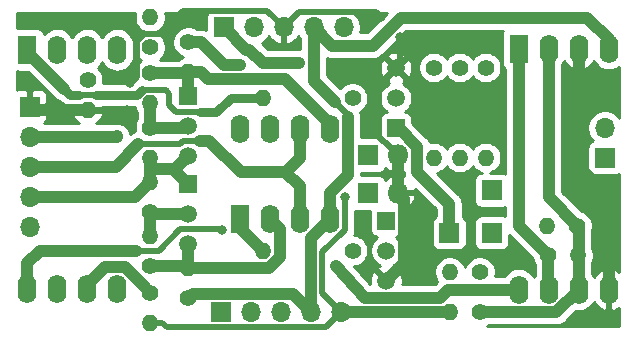
<source format=gbr>
G04 This is an RS-274x file exported by *
G04 gerbv version 2.6A *
G04 More information is available about gerbv at *
G04 http://gerbv.geda-project.org/ *
G04 --End of header info--*
%MOIN*%
%FSLAX34Y34*%
%IPPOS*%
G04 --Define apertures--*
%ADD10O,0.0669X0.0669*%
%ADD11R,0.0669X0.0669*%
%ADD12O,0.0630X0.0945*%
%ADD13R,0.0630X0.0945*%
%ADD14O,0.0551X0.0551*%
%ADD15C,0.0551*%
%ADD16O,0.0709X0.0709*%
%ADD17R,0.0709X0.0709*%
%ADD18R,0.0591X0.0591*%
%ADD19C,0.0591*%
%ADD20C,0.0315*%
%ADD21C,0.0394*%
%ADD22C,0.0197*%
%ADD23C,0.0295*%
%ADD24C,0.0100*%
G04 --Start main section--*
G54D10*
G01X0019882Y-004094D03*
G54D11*
G01X0019882Y-005094D03*
G54D12*
G01X0007709Y-004134D03*
G01X0010709Y-007134D03*
G01X0008709Y-004134D03*
G01X0009709Y-007134D03*
G01X0009709Y-004134D03*
G01X0008709Y-007134D03*
G01X0010709Y-004134D03*
G54D13*
G01X0007709Y-007134D03*
G54D14*
G01X0017953Y-007362D03*
G54D15*
G01X0018953Y-007362D03*
G54D14*
G01X0014724Y-010236D03*
G54D15*
G01X0015724Y-010236D03*
G54D14*
G01X0014709Y-008898D03*
G54D15*
G01X0015709Y-008898D03*
G54D14*
G01X0015906Y-005087D03*
G54D15*
G01X0015906Y-002087D03*
G54D14*
G01X0002638Y-003504D03*
G54D15*
G01X0002638Y-002504D03*
G54D14*
G01X0004724Y-010591D03*
G54D15*
G01X0004724Y-009591D03*
G54D14*
G01X0004724Y-000417D03*
G54D15*
G01X0004724Y-001417D03*
G54D14*
G01X0018992Y-008346D03*
G54D15*
G01X0017992Y-008346D03*
G54D11*
G01X0016102Y-007598D03*
G54D16*
G01X0012969Y-006260D03*
G54D17*
G01X0011969Y-006260D03*
G54D16*
G01X0012969Y-005000D03*
G54D17*
G01X0011969Y-005000D03*
G54D14*
G01X0005984Y-008780D03*
G54D15*
G01X0005984Y-009780D03*
G54D14*
G01X0005984Y-002244D03*
G54D15*
G01X0005984Y-001244D03*
G54D14*
G01X0004724Y-007701D03*
G54D15*
G01X0004724Y-008701D03*
G54D14*
G01X0004724Y-005890D03*
G54D15*
G01X0004724Y-006890D03*
G54D14*
G01X0004724Y-005094D03*
G54D15*
G01X0004724Y-004094D03*
G54D14*
G01X0004724Y-003283D03*
G54D15*
G01X0004724Y-002283D03*
G54D12*
G01X0017008Y-009488D03*
G01X0018008Y-009488D03*
G01X0019008Y-009488D03*
G01X0020008Y-009488D03*
G01X0000622Y-009480D03*
G01X0001622Y-009480D03*
G01X0002622Y-009480D03*
G01X0003622Y-009480D03*
G01X0020008Y-001457D03*
G01X0019008Y-001457D03*
G01X0018008Y-001457D03*
G54D13*
G01X0017008Y-001457D03*
G54D12*
G01X0003622Y-001496D03*
G01X0002622Y-001496D03*
G01X0001622Y-001496D03*
G54D13*
G01X0000622Y-001496D03*
G54D14*
G01X0015039Y-005087D03*
G54D15*
G01X0015039Y-002087D03*
G54D14*
G01X0014173Y-005087D03*
G54D15*
G01X0014173Y-002087D03*
G54D14*
G01X0008465Y-008189D03*
G54D15*
G01X0011465Y-008189D03*
G54D14*
G01X0008465Y-003110D03*
G54D15*
G01X0011465Y-003110D03*
G54D18*
G01X0012598Y-007189D03*
G54D19*
G01X0012598Y-009189D03*
G01X0012598Y-008189D03*
G54D18*
G01X0012913Y-004110D03*
G54D19*
G01X0012913Y-002110D03*
G01X0012913Y-003110D03*
G54D18*
G01X0005984Y-005984D03*
G54D19*
G01X0005984Y-007984D03*
G01X0005984Y-006984D03*
G54D18*
G01X0005984Y-003039D03*
G54D19*
G01X0005984Y-005039D03*
G01X0005984Y-004039D03*
G54D11*
G01X0016102Y-006181D03*
G01X0014685Y-007598D03*
G54D10*
G01X0000709Y-007386D03*
G01X0000709Y-006386D03*
G01X0000709Y-005386D03*
G01X0000709Y-004386D03*
G54D11*
G01X0000709Y-003386D03*
G54D10*
G01X0011165Y-000748D03*
G01X0010165Y-000748D03*
G01X0009165Y-000748D03*
G01X0008165Y-000748D03*
G54D11*
G01X0007165Y-000748D03*
G54D10*
G01X0011087Y-010236D03*
G01X0010087Y-010236D03*
G01X0009087Y-010236D03*
G01X0008087Y-010236D03*
G54D11*
G01X0007087Y-010236D03*
G54D20*
G01X0004055Y-002618D03*
G01X0003937Y-003504D03*
G01X0013062Y-001054D03*
G01X0012402Y-000394D03*
G01X0011210Y-006406D03*
G01X0007717Y-002008D03*
G01X0010906Y-008701D03*
G01X0007118Y-007488D03*
G01X0009685Y-001929D03*
G01X0003622Y-004370D03*
G01X0017008Y-006772D03*
G01X0001850Y-002795D03*
G54D21*
G01X0012969Y-006260D02*
G01X0012969Y-005000D01*
G01X0012894Y-008894D02*
G01X0012598Y-009189D01*
G01X0013169Y-008618D02*
G01X0012894Y-008894D01*
G01X0012969Y-006260D02*
G01X0013169Y-006461D01*
G01X0013169Y-006461D02*
G01X0013169Y-008618D01*
G54D22*
G01X0012969Y-005000D02*
G01X0012535Y-004567D01*
G01X0012535Y-004567D02*
G01X0012520Y-004567D01*
G01X0012520Y-004567D02*
G01X0012323Y-004370D01*
G01X0012323Y-002701D02*
G01X0012913Y-002110D01*
G01X0012323Y-004370D02*
G01X0012323Y-002701D01*
G54D21*
G01X0000827Y-003504D02*
G01X0002638Y-003504D01*
G01X0000709Y-003386D02*
G01X0000827Y-003504D01*
G54D22*
G01X0009165Y-000748D02*
G01X0008614Y-000197D01*
G01X0008614Y-000197D02*
G01X0005827Y-000197D01*
G01X0005059Y-000965D02*
G01X0004507Y-000965D01*
G01X0004272Y-002402D02*
G01X0004055Y-002618D01*
G01X0005827Y-000197D02*
G01X0005059Y-000965D01*
G01X0004507Y-000965D02*
G01X0004272Y-001200D01*
G01X0004272Y-001200D02*
G01X0004272Y-002402D01*
G01X0003937Y-003504D02*
G01X0002638Y-003504D01*
G01X0013062Y-001961D02*
G01X0012913Y-002110D01*
G01X0013062Y-001054D02*
G01X0013062Y-001961D01*
G01X0012244Y-000236D02*
G01X0012402Y-000394D01*
G01X0009165Y-000748D02*
G01X0009677Y-000236D01*
G01X0009677Y-000236D02*
G01X0012244Y-000236D01*
G54D21*
G01X0019008Y-005386D02*
G01X0019008Y-002323D01*
G01X0019008Y-002323D02*
G01X0019008Y-001457D01*
G01X0020008Y-009488D02*
G01X0020008Y-006386D01*
G01X0020008Y-006386D02*
G01X0019008Y-005386D01*
G54D22*
G01X0010575Y-010748D02*
G01X0010752Y-010571D01*
G01X0005272Y-010748D02*
G01X0010575Y-010748D01*
G01X0010752Y-010571D02*
G01X0011087Y-010236D01*
G01X0004724Y-010591D02*
G01X0005114Y-010591D01*
G01X0005114Y-010591D02*
G01X0005272Y-010748D01*
G54D21*
G01X0011087Y-010236D02*
G01X0014724Y-010236D01*
G54D22*
G01X0011087Y-010236D02*
G01X0010461Y-009610D01*
G01X0011210Y-007486D02*
G01X0011210Y-006406D01*
G01X0010461Y-009610D02*
G01X0010461Y-008235D01*
G01X0010461Y-008235D02*
G01X0011210Y-007486D01*
G54D21*
G01X0010087Y-007756D02*
G01X0010709Y-007134D01*
G01X0010087Y-010236D02*
G01X0010087Y-007756D01*
G01X0010709Y-006268D02*
G01X0011299Y-005677D01*
G01X0010709Y-007134D02*
G01X0010709Y-006268D01*
G01X0011299Y-005677D02*
G01X0011299Y-004827D01*
G01X0011299Y-004827D02*
G01X0011299Y-003740D01*
G01X0010165Y-000787D02*
G01X0010165Y-002528D01*
G01X0010165Y-002528D02*
G01X0010866Y-003228D01*
G54D22*
G01X0011299Y-003661D02*
G01X0011299Y-003740D01*
G01X0010866Y-003228D02*
G01X0011299Y-003661D01*
G54D21*
G01X0010776Y-001358D02*
G01X0012146Y-001358D01*
G01X0019291Y-000433D02*
G01X0020008Y-001150D01*
G01X0010165Y-000748D02*
G01X0010776Y-001358D01*
G01X0020008Y-001150D02*
G01X0020008Y-001457D01*
G01X0013071Y-000433D02*
G01X0019291Y-000433D01*
G01X0012146Y-001358D02*
G01X0013071Y-000433D01*
G01X0009476Y-009626D02*
G01X0009752Y-009902D01*
G01X0009752Y-009902D02*
G01X0010087Y-010236D01*
G01X0005984Y-009780D02*
G01X0006138Y-009626D01*
G01X0006138Y-009626D02*
G01X0009476Y-009626D01*
G01X0016299Y-009488D02*
G01X0017008Y-009488D01*
G01X0014657Y-009488D02*
G01X0016299Y-009488D01*
G01X0014385Y-009760D02*
G01X0014657Y-009488D01*
G01X0007165Y-002008D02*
G01X0007717Y-002008D01*
G01X0011890Y-009764D02*
G01X0014385Y-009760D01*
G01X0010906Y-008701D02*
G01X0011890Y-009764D01*
G54D22*
G01X0004252Y-008189D02*
G01X0004906Y-008189D01*
G54D21*
G01X0001047Y-008189D02*
G01X0004252Y-008189D01*
G01X0000622Y-009480D02*
G01X0000622Y-008614D01*
G01X0000622Y-008614D02*
G01X0001047Y-008189D01*
G01X0006402Y-001244D02*
G01X0007165Y-002008D01*
G01X0005984Y-001244D02*
G01X0006402Y-001244D01*
G54D22*
G01X0004906Y-008189D02*
G01X0005000Y-008189D01*
G01X0005000Y-008189D02*
G01X0005709Y-007480D01*
G01X0005709Y-007480D02*
G01X0006535Y-007480D01*
G01X0006535Y-007480D02*
G01X0007087Y-007480D01*
G54D21*
G01X0007913Y-001496D02*
G01X0007165Y-000748D01*
G01X0008465Y-001929D02*
G01X0009685Y-001929D01*
G01X0007913Y-001496D02*
G01X0008031Y-001496D01*
G01X0008031Y-001496D02*
G01X0008465Y-001929D01*
G01X0004228Y-006386D02*
G01X0004724Y-005890D01*
G01X0000709Y-006386D02*
G01X0004228Y-006386D01*
G01X0005551Y-005472D02*
G01X0005984Y-005039D01*
G01X0004724Y-005472D02*
G01X0005551Y-005472D01*
G01X0004724Y-005472D02*
G01X0004724Y-005094D01*
G01X0004724Y-005890D02*
G01X0004724Y-005472D01*
G01X0005551Y-005551D02*
G01X0005984Y-005984D01*
G01X0005551Y-005472D02*
G01X0005551Y-005551D01*
G01X0000709Y-005386D02*
G01X0003591Y-005386D01*
G01X0003591Y-005386D02*
G01X0004331Y-004646D01*
G54D22*
G01X0005713Y-004642D02*
G01X0005827Y-004528D01*
G01X0004503Y-004646D02*
G01X0004507Y-004642D01*
G01X0004331Y-004646D02*
G01X0004503Y-004646D01*
G01X0004507Y-004642D02*
G01X0005713Y-004642D01*
G54D21*
G01X0007732Y-005567D02*
G01X0006693Y-004528D01*
G01X0006693Y-004528D02*
G01X0006378Y-004528D01*
G54D22*
G01X0005827Y-004528D02*
G01X0006378Y-004528D01*
G54D21*
G01X0007732Y-005567D02*
G01X0009228Y-005567D01*
G01X0009709Y-006047D02*
G01X0009709Y-007134D01*
G01X0009228Y-005567D02*
G01X0009709Y-006047D01*
G01X0009228Y-005567D02*
G01X0009236Y-005567D01*
G01X0009709Y-005094D02*
G01X0009709Y-004134D01*
G01X0009236Y-005567D02*
G01X0009709Y-005094D01*
G01X0000709Y-004386D02*
G01X0003606Y-004386D01*
G01X0003606Y-004386D02*
G01X0003622Y-004370D01*
G01X0014685Y-006634D02*
G01X0014685Y-007362D01*
G01X0013622Y-005571D02*
G01X0014685Y-006634D01*
G01X0013622Y-004721D02*
G01X0013622Y-005571D01*
G01X0012913Y-004110D02*
G01X0013011Y-004110D01*
G01X0013011Y-004110D02*
G01X0013622Y-004721D01*
G01X0017992Y-008346D02*
G01X0017008Y-007362D01*
G01X0017992Y-009472D02*
G01X0018008Y-009488D01*
G01X0017992Y-008346D02*
G01X0017992Y-009472D01*
G01X0017008Y-007362D02*
G01X0017008Y-006772D01*
G01X0017008Y-006772D02*
G01X0017008Y-001457D01*
G01X0010709Y-003976D02*
G01X0010709Y-004134D01*
G01X0009213Y-002480D02*
G01X0010709Y-003976D01*
G01X0006638Y-002480D02*
G01X0009213Y-002480D01*
G01X0005945Y-002283D02*
G01X0005984Y-002244D01*
G01X0004724Y-002283D02*
G01X0005945Y-002283D01*
G01X0005984Y-002244D02*
G01X0005984Y-003039D01*
G01X0006402Y-002244D02*
G01X0005984Y-002244D01*
G01X0006638Y-002480D02*
G01X0006402Y-002244D01*
G01X0004724Y-003283D02*
G01X0004724Y-004094D01*
G01X0005929Y-004094D02*
G01X0005984Y-004039D01*
G01X0004724Y-004094D02*
G01X0005929Y-004094D01*
G01X0005906Y-008701D02*
G01X0005984Y-008780D01*
G01X0004724Y-008701D02*
G01X0005906Y-008701D01*
G01X0005984Y-008780D02*
G01X0005984Y-007984D01*
G01X0009055Y-007480D02*
G01X0008709Y-007134D01*
G01X0009055Y-008414D02*
G01X0009055Y-007480D01*
G01X0005984Y-008780D02*
G01X0008690Y-008780D01*
G01X0008690Y-008780D02*
G01X0009055Y-008414D01*
G01X0004724Y-007701D02*
G01X0004724Y-006890D01*
G01X0004819Y-006984D02*
G01X0004724Y-006890D01*
G01X0005984Y-006984D02*
G01X0004819Y-006984D01*
G01X0002622Y-009323D02*
G01X0003213Y-008732D01*
G01X0002622Y-009480D02*
G01X0002622Y-009323D01*
G01X0003213Y-008732D02*
G01X0003867Y-008732D01*
G01X0003867Y-008732D02*
G01X0004449Y-009314D01*
G01X0004449Y-009315D02*
G01X0004724Y-009591D01*
G01X0004449Y-009314D02*
G01X0004449Y-009315D01*
G01X0000622Y-001496D02*
G01X0000622Y-001567D01*
G01X0000622Y-001567D02*
G01X0001850Y-002795D01*
G54D23*
G01X0001850Y-002795D02*
G01X0002057Y-003002D01*
G01X0002057Y-003002D02*
G01X0002352Y-003002D01*
G54D22*
G01X0002352Y-003002D02*
G01X0002904Y-003002D01*
G54D23*
G01X0002904Y-003002D02*
G01X0004281Y-003002D01*
G01X0004281Y-003002D02*
G01X0004449Y-002835D01*
G01X0008465Y-003110D02*
G01X0007402Y-003110D01*
G01X0007402Y-003110D02*
G01X0006929Y-003583D01*
G01X0006929Y-003583D02*
G01X0006378Y-003583D01*
G54D22*
G01X0005232Y-002831D02*
G01X0004507Y-002831D01*
G01X0004503Y-002835D02*
G01X0004449Y-002835D01*
G01X0005354Y-002953D02*
G01X0005232Y-002831D01*
G01X0004507Y-002831D02*
G01X0004503Y-002835D01*
G01X0006417Y-003567D02*
G01X0005575Y-003567D01*
G01X0005575Y-003567D02*
G01X0005354Y-003346D01*
G01X0005354Y-003346D02*
G01X0005354Y-002953D01*
G54D21*
G01X0007709Y-007433D02*
G01X0008465Y-008189D01*
G01X0007709Y-007134D02*
G01X0007709Y-007433D01*
G01X0018260Y-010236D02*
G01X0019008Y-009488D01*
G01X0015724Y-010236D02*
G01X0018260Y-010236D01*
G01X0019008Y-007417D02*
G01X0018953Y-007362D01*
G01X0019008Y-009488D02*
G01X0019008Y-007417D01*
G01X0018008Y-006417D02*
G01X0018008Y-001457D01*
G01X0018953Y-007362D02*
G01X0018008Y-006417D01*
G54D24*
G36*
G01X0019058Y-001407D02*
G01X0019066Y-001407D01*
G01X0019066Y-001507D01*
G01X0019058Y-001507D01*
G01X0019058Y-002114D01*
G01X0019145Y-002162D01*
G01X0019178Y-002155D01*
G01X0019280Y-002112D01*
G01X0019372Y-002049D01*
G01X0019450Y-001970D01*
G01X0019509Y-001879D01*
G01X0019536Y-001930D01*
G01X0019606Y-002016D01*
G01X0019692Y-002086D01*
G01X0019791Y-002139D01*
G01X0019897Y-002171D01*
G01X0020008Y-002182D01*
G01X0020119Y-002171D01*
G01X0020225Y-002139D01*
G01X0020323Y-002086D01*
G01X0020360Y-002056D01*
G01X0020360Y-003758D01*
G01X0020336Y-003722D01*
G01X0020255Y-003640D01*
G01X0020159Y-003576D01*
G01X0020052Y-003532D01*
G01X0019939Y-003510D01*
G01X0019824Y-003510D01*
G01X0019711Y-003532D01*
G01X0019605Y-003576D01*
G01X0019509Y-003640D01*
G01X0019428Y-003722D01*
G01X0019364Y-003818D01*
G01X0019320Y-003924D01*
G01X0019297Y-004037D01*
G01X0019297Y-004152D01*
G01X0019320Y-004265D01*
G01X0019364Y-004371D01*
G01X0019428Y-004467D01*
G01X0019480Y-004519D01*
G01X0019451Y-004528D01*
G01X0019408Y-004551D01*
G01X0019370Y-004582D01*
G01X0019338Y-004620D01*
G01X0019315Y-004664D01*
G01X0019301Y-004711D01*
G01X0019296Y-004760D01*
G01X0019296Y-005429D01*
G01X0019301Y-005478D01*
G01X0019315Y-005525D01*
G01X0019338Y-005569D01*
G01X0019370Y-005607D01*
G01X0019408Y-005638D01*
G01X0019451Y-005661D01*
G01X0019498Y-005676D01*
G01X0019547Y-005680D01*
G01X0020217Y-005680D01*
G01X0020266Y-005676D01*
G01X0020313Y-005661D01*
G01X0020356Y-005638D01*
G01X0020360Y-005635D01*
G01X0020360Y-008888D01*
G01X0020280Y-008833D01*
G01X0020178Y-008790D01*
G01X0020145Y-008783D01*
G01X0020058Y-008831D01*
G01X0020058Y-009438D01*
G01X0020066Y-009438D01*
G01X0020066Y-009538D01*
G01X0020058Y-009538D01*
G01X0020058Y-010146D01*
G01X0020145Y-010194D01*
G01X0020178Y-010187D01*
G01X0020280Y-010143D01*
G01X0020360Y-010089D01*
G01X0020360Y-010715D01*
G01X0015943Y-010715D01*
G01X0015973Y-010702D01*
G01X0016002Y-010683D01*
G01X0018238Y-010683D01*
G01X0018260Y-010685D01*
G01X0018282Y-010683D01*
G01X0018282Y-010683D01*
G01X0018347Y-010677D01*
G01X0018432Y-010651D01*
G01X0018509Y-010610D01*
G01X0018577Y-010554D01*
G01X0018591Y-010537D01*
G01X0018923Y-010205D01*
G01X0019008Y-010213D01*
G01X0019119Y-010202D01*
G01X0019225Y-010170D01*
G01X0019323Y-010118D01*
G01X0019409Y-010047D01*
G01X0019480Y-009961D01*
G01X0019507Y-009911D01*
G01X0019566Y-010001D01*
G01X0019644Y-010081D01*
G01X0019736Y-010143D01*
G01X0019838Y-010187D01*
G01X0019870Y-010194D01*
G01X0019958Y-010146D01*
G01X0019958Y-009538D01*
G01X0019950Y-009538D01*
G01X0019950Y-009438D01*
G01X0019958Y-009438D01*
G01X0019958Y-008831D01*
G01X0019870Y-008783D01*
G01X0019838Y-008790D01*
G01X0019736Y-008833D01*
G01X0019644Y-008896D01*
G01X0019566Y-008975D01*
G01X0019507Y-009066D01*
G01X0019480Y-009015D01*
G01X0019455Y-008985D01*
G01X0019455Y-008600D01*
G01X0019458Y-008595D01*
G01X0019498Y-008500D01*
G01X0019518Y-008398D01*
G01X0019518Y-008295D01*
G01X0019498Y-008193D01*
G01X0019458Y-008097D01*
G01X0019455Y-008093D01*
G01X0019455Y-007524D01*
G01X0019458Y-007516D01*
G01X0019478Y-007414D01*
G01X0019478Y-007310D01*
G01X0019458Y-007209D01*
G01X0019419Y-007113D01*
G01X0019361Y-007027D01*
G01X0019288Y-006954D01*
G01X0019202Y-006896D01*
G01X0019106Y-006857D01*
G01X0019073Y-006850D01*
G01X0018455Y-006232D01*
G01X0018455Y-001960D01*
G01X0018480Y-001930D01*
G01X0018507Y-001879D01*
G01X0018566Y-001970D01*
G01X0018644Y-002049D01*
G01X0018736Y-002112D01*
G01X0018838Y-002155D01*
G01X0018870Y-002162D01*
G01X0018958Y-002114D01*
G01X0018958Y-001507D01*
G01X0018950Y-001507D01*
G01X0018950Y-001407D01*
G01X0018958Y-001407D01*
G01X0018958Y-001399D01*
G01X0019058Y-001399D01*
G01X0019058Y-001407D01*
G37*
G01X0019058Y-001407D02*
G01X0019066Y-001407D01*
G01X0019066Y-001407D02*
G01X0019066Y-001507D01*
G01X0019066Y-001507D02*
G01X0019058Y-001507D01*
G01X0019058Y-001507D02*
G01X0019058Y-002114D01*
G01X0019058Y-002114D02*
G01X0019145Y-002162D01*
G01X0019145Y-002162D02*
G01X0019178Y-002155D01*
G01X0019178Y-002155D02*
G01X0019280Y-002112D01*
G01X0019280Y-002112D02*
G01X0019372Y-002049D01*
G01X0019372Y-002049D02*
G01X0019450Y-001970D01*
G01X0019450Y-001970D02*
G01X0019509Y-001879D01*
G01X0019509Y-001879D02*
G01X0019536Y-001930D01*
G01X0019536Y-001930D02*
G01X0019606Y-002016D01*
G01X0019606Y-002016D02*
G01X0019692Y-002086D01*
G01X0019692Y-002086D02*
G01X0019791Y-002139D01*
G01X0019791Y-002139D02*
G01X0019897Y-002171D01*
G01X0019897Y-002171D02*
G01X0020008Y-002182D01*
G01X0020008Y-002182D02*
G01X0020119Y-002171D01*
G01X0020119Y-002171D02*
G01X0020225Y-002139D01*
G01X0020225Y-002139D02*
G01X0020323Y-002086D01*
G01X0020323Y-002086D02*
G01X0020360Y-002056D01*
G01X0020360Y-002056D02*
G01X0020360Y-003758D01*
G01X0020360Y-003758D02*
G01X0020336Y-003722D01*
G01X0020336Y-003722D02*
G01X0020255Y-003640D01*
G01X0020255Y-003640D02*
G01X0020159Y-003576D01*
G01X0020159Y-003576D02*
G01X0020052Y-003532D01*
G01X0020052Y-003532D02*
G01X0019939Y-003510D01*
G01X0019939Y-003510D02*
G01X0019824Y-003510D01*
G01X0019824Y-003510D02*
G01X0019711Y-003532D01*
G01X0019711Y-003532D02*
G01X0019605Y-003576D01*
G01X0019605Y-003576D02*
G01X0019509Y-003640D01*
G01X0019509Y-003640D02*
G01X0019428Y-003722D01*
G01X0019428Y-003722D02*
G01X0019364Y-003818D01*
G01X0019364Y-003818D02*
G01X0019320Y-003924D01*
G01X0019320Y-003924D02*
G01X0019297Y-004037D01*
G01X0019297Y-004037D02*
G01X0019297Y-004152D01*
G01X0019297Y-004152D02*
G01X0019320Y-004265D01*
G01X0019320Y-004265D02*
G01X0019364Y-004371D01*
G01X0019364Y-004371D02*
G01X0019428Y-004467D01*
G01X0019428Y-004467D02*
G01X0019480Y-004519D01*
G01X0019480Y-004519D02*
G01X0019451Y-004528D01*
G01X0019451Y-004528D02*
G01X0019408Y-004551D01*
G01X0019408Y-004551D02*
G01X0019370Y-004582D01*
G01X0019370Y-004582D02*
G01X0019338Y-004620D01*
G01X0019338Y-004620D02*
G01X0019315Y-004664D01*
G01X0019315Y-004664D02*
G01X0019301Y-004711D01*
G01X0019301Y-004711D02*
G01X0019296Y-004760D01*
G01X0019296Y-004760D02*
G01X0019296Y-005429D01*
G01X0019296Y-005429D02*
G01X0019301Y-005478D01*
G01X0019301Y-005478D02*
G01X0019315Y-005525D01*
G01X0019315Y-005525D02*
G01X0019338Y-005569D01*
G01X0019338Y-005569D02*
G01X0019370Y-005607D01*
G01X0019370Y-005607D02*
G01X0019408Y-005638D01*
G01X0019408Y-005638D02*
G01X0019451Y-005661D01*
G01X0019451Y-005661D02*
G01X0019498Y-005676D01*
G01X0019498Y-005676D02*
G01X0019547Y-005680D01*
G01X0019547Y-005680D02*
G01X0020217Y-005680D01*
G01X0020217Y-005680D02*
G01X0020266Y-005676D01*
G01X0020266Y-005676D02*
G01X0020313Y-005661D01*
G01X0020313Y-005661D02*
G01X0020356Y-005638D01*
G01X0020356Y-005638D02*
G01X0020360Y-005635D01*
G01X0020360Y-005635D02*
G01X0020360Y-008888D01*
G01X0020360Y-008888D02*
G01X0020280Y-008833D01*
G01X0020280Y-008833D02*
G01X0020178Y-008790D01*
G01X0020178Y-008790D02*
G01X0020145Y-008783D01*
G01X0020145Y-008783D02*
G01X0020058Y-008831D01*
G01X0020058Y-008831D02*
G01X0020058Y-009438D01*
G01X0020058Y-009438D02*
G01X0020066Y-009438D01*
G01X0020066Y-009438D02*
G01X0020066Y-009538D01*
G01X0020066Y-009538D02*
G01X0020058Y-009538D01*
G01X0020058Y-009538D02*
G01X0020058Y-010146D01*
G01X0020058Y-010146D02*
G01X0020145Y-010194D01*
G01X0020145Y-010194D02*
G01X0020178Y-010187D01*
G01X0020178Y-010187D02*
G01X0020280Y-010143D01*
G01X0020280Y-010143D02*
G01X0020360Y-010089D01*
G01X0020360Y-010089D02*
G01X0020360Y-010715D01*
G01X0020360Y-010715D02*
G01X0015943Y-010715D01*
G01X0015943Y-010715D02*
G01X0015973Y-010702D01*
G01X0015973Y-010702D02*
G01X0016002Y-010683D01*
G01X0016002Y-010683D02*
G01X0018238Y-010683D01*
G01X0018238Y-010683D02*
G01X0018260Y-010685D01*
G01X0018260Y-010685D02*
G01X0018282Y-010683D01*
G01X0018282Y-010683D02*
G01X0018282Y-010683D01*
G01X0018282Y-010683D02*
G01X0018347Y-010677D01*
G01X0018347Y-010677D02*
G01X0018432Y-010651D01*
G01X0018432Y-010651D02*
G01X0018509Y-010610D01*
G01X0018509Y-010610D02*
G01X0018577Y-010554D01*
G01X0018577Y-010554D02*
G01X0018591Y-010537D01*
G01X0018591Y-010537D02*
G01X0018923Y-010205D01*
G01X0018923Y-010205D02*
G01X0019008Y-010213D01*
G01X0019008Y-010213D02*
G01X0019119Y-010202D01*
G01X0019119Y-010202D02*
G01X0019225Y-010170D01*
G01X0019225Y-010170D02*
G01X0019323Y-010118D01*
G01X0019323Y-010118D02*
G01X0019409Y-010047D01*
G01X0019409Y-010047D02*
G01X0019480Y-009961D01*
G01X0019480Y-009961D02*
G01X0019507Y-009911D01*
G01X0019507Y-009911D02*
G01X0019566Y-010001D01*
G01X0019566Y-010001D02*
G01X0019644Y-010081D01*
G01X0019644Y-010081D02*
G01X0019736Y-010143D01*
G01X0019736Y-010143D02*
G01X0019838Y-010187D01*
G01X0019838Y-010187D02*
G01X0019870Y-010194D01*
G01X0019870Y-010194D02*
G01X0019958Y-010146D01*
G01X0019958Y-010146D02*
G01X0019958Y-009538D01*
G01X0019958Y-009538D02*
G01X0019950Y-009538D01*
G01X0019950Y-009538D02*
G01X0019950Y-009438D01*
G01X0019950Y-009438D02*
G01X0019958Y-009438D01*
G01X0019958Y-009438D02*
G01X0019958Y-008831D01*
G01X0019958Y-008831D02*
G01X0019870Y-008783D01*
G01X0019870Y-008783D02*
G01X0019838Y-008790D01*
G01X0019838Y-008790D02*
G01X0019736Y-008833D01*
G01X0019736Y-008833D02*
G01X0019644Y-008896D01*
G01X0019644Y-008896D02*
G01X0019566Y-008975D01*
G01X0019566Y-008975D02*
G01X0019507Y-009066D01*
G01X0019507Y-009066D02*
G01X0019480Y-009015D01*
G01X0019480Y-009015D02*
G01X0019455Y-008985D01*
G01X0019455Y-008985D02*
G01X0019455Y-008600D01*
G01X0019455Y-008600D02*
G01X0019458Y-008595D01*
G01X0019458Y-008595D02*
G01X0019498Y-008500D01*
G01X0019498Y-008500D02*
G01X0019518Y-008398D01*
G01X0019518Y-008398D02*
G01X0019518Y-008295D01*
G01X0019518Y-008295D02*
G01X0019498Y-008193D01*
G01X0019498Y-008193D02*
G01X0019458Y-008097D01*
G01X0019458Y-008097D02*
G01X0019455Y-008093D01*
G01X0019455Y-008093D02*
G01X0019455Y-007524D01*
G01X0019455Y-007524D02*
G01X0019458Y-007516D01*
G01X0019458Y-007516D02*
G01X0019478Y-007414D01*
G01X0019478Y-007414D02*
G01X0019478Y-007310D01*
G01X0019478Y-007310D02*
G01X0019458Y-007209D01*
G01X0019458Y-007209D02*
G01X0019419Y-007113D01*
G01X0019419Y-007113D02*
G01X0019361Y-007027D01*
G01X0019361Y-007027D02*
G01X0019288Y-006954D01*
G01X0019288Y-006954D02*
G01X0019202Y-006896D01*
G01X0019202Y-006896D02*
G01X0019106Y-006857D01*
G01X0019106Y-006857D02*
G01X0019073Y-006850D01*
G01X0019073Y-006850D02*
G01X0018455Y-006232D01*
G01X0018455Y-006232D02*
G01X0018455Y-001960D01*
G01X0018455Y-001960D02*
G01X0018480Y-001930D01*
G01X0018480Y-001930D02*
G01X0018507Y-001879D01*
G01X0018507Y-001879D02*
G01X0018566Y-001970D01*
G01X0018566Y-001970D02*
G01X0018644Y-002049D01*
G01X0018644Y-002049D02*
G01X0018736Y-002112D01*
G01X0018736Y-002112D02*
G01X0018838Y-002155D01*
G01X0018838Y-002155D02*
G01X0018870Y-002162D01*
G01X0018870Y-002162D02*
G01X0018958Y-002114D01*
G01X0018958Y-002114D02*
G01X0018958Y-001507D01*
G01X0018958Y-001507D02*
G01X0018950Y-001507D01*
G01X0018950Y-001507D02*
G01X0018950Y-001407D01*
G01X0018950Y-001407D02*
G01X0018958Y-001407D01*
G01X0018958Y-001407D02*
G01X0018958Y-001399D01*
G01X0018958Y-001399D02*
G01X0019058Y-001399D01*
G01X0019058Y-001399D02*
G01X0019058Y-001407D01*
G36*
G01X0009137Y-010186D02*
G01X0009144Y-010186D01*
G01X0009144Y-010286D01*
G01X0009137Y-010286D01*
G01X0009137Y-010294D01*
G01X0009037Y-010294D01*
G01X0009037Y-010286D01*
G01X0009029Y-010286D01*
G01X0009029Y-010186D01*
G01X0009037Y-010186D01*
G01X0009037Y-010178D01*
G01X0009137Y-010178D01*
G01X0009137Y-010186D01*
G37*
G01X0009137Y-010186D02*
G01X0009144Y-010186D01*
G01X0009144Y-010186D02*
G01X0009144Y-010286D01*
G01X0009144Y-010286D02*
G01X0009137Y-010286D01*
G01X0009137Y-010286D02*
G01X0009137Y-010294D01*
G01X0009137Y-010294D02*
G01X0009037Y-010294D01*
G01X0009037Y-010294D02*
G01X0009037Y-010286D01*
G01X0009037Y-010286D02*
G01X0009029Y-010286D01*
G01X0009029Y-010286D02*
G01X0009029Y-010186D01*
G01X0009029Y-010186D02*
G01X0009037Y-010186D01*
G01X0009037Y-010186D02*
G01X0009037Y-010178D01*
G01X0009037Y-010178D02*
G01X0009137Y-010178D01*
G01X0009137Y-010178D02*
G01X0009137Y-010186D01*
G36*
G01X0013019Y-004950D02*
G01X0013026Y-004950D01*
G01X0013026Y-005050D01*
G01X0013019Y-005050D01*
G01X0013019Y-005540D01*
G01X0013112Y-005587D01*
G01X0013174Y-005565D01*
G01X0013173Y-005571D01*
G01X0013182Y-005658D01*
G01X0013195Y-005702D01*
G01X0013112Y-005673D01*
G01X0013019Y-005720D01*
G01X0013019Y-006210D01*
G01X0013508Y-006210D01*
G01X0013549Y-006130D01*
G01X0014238Y-006819D01*
G01X0014238Y-007040D01*
G01X0014211Y-007055D01*
G01X0014173Y-007086D01*
G01X0014142Y-007124D01*
G01X0014118Y-007168D01*
G01X0014104Y-007215D01*
G01X0014099Y-007264D01*
G01X0014099Y-007933D01*
G01X0014104Y-007982D01*
G01X0014118Y-008029D01*
G01X0014142Y-008073D01*
G01X0014173Y-008111D01*
G01X0014211Y-008142D01*
G01X0014254Y-008165D01*
G01X0014301Y-008179D01*
G01X0014350Y-008184D01*
G01X0015020Y-008184D01*
G01X0015069Y-008179D01*
G01X0015116Y-008165D01*
G01X0015159Y-008142D01*
G01X0015197Y-008111D01*
G01X0015229Y-008073D01*
G01X0015252Y-008029D01*
G01X0015266Y-007982D01*
G01X0015271Y-007933D01*
G01X0015271Y-007264D01*
G01X0015266Y-007215D01*
G01X0015252Y-007168D01*
G01X0015229Y-007124D01*
G01X0015197Y-007086D01*
G01X0015159Y-007055D01*
G01X0015132Y-007040D01*
G01X0015132Y-006656D01*
G01X0015134Y-006634D01*
G01X0015125Y-006546D01*
G01X0015100Y-006462D01*
G01X0015092Y-006447D01*
G01X0015058Y-006384D01*
G01X0015003Y-006316D01*
G01X0014985Y-006302D01*
G01X0014284Y-005601D01*
G01X0014327Y-005592D01*
G01X0014422Y-005552D01*
G01X0014508Y-005495D01*
G01X0014581Y-005422D01*
G01X0014606Y-005385D01*
G01X0014631Y-005422D01*
G01X0014704Y-005495D01*
G01X0014790Y-005552D01*
G01X0014886Y-005592D01*
G01X0014988Y-005612D01*
G01X0015091Y-005612D01*
G01X0015193Y-005592D01*
G01X0015288Y-005552D01*
G01X0015374Y-005495D01*
G01X0015448Y-005422D01*
G01X0015472Y-005385D01*
G01X0015497Y-005422D01*
G01X0015570Y-005495D01*
G01X0015657Y-005552D01*
G01X0015752Y-005592D01*
G01X0015768Y-005595D01*
G01X0015768Y-005595D01*
G01X0015719Y-005600D01*
G01X0015672Y-005614D01*
G01X0015628Y-005638D01*
G01X0015590Y-005669D01*
G01X0015559Y-005707D01*
G01X0015536Y-005750D01*
G01X0015521Y-005797D01*
G01X0015517Y-005846D01*
G01X0015517Y-006516D01*
G01X0015521Y-006565D01*
G01X0015536Y-006612D01*
G01X0015559Y-006655D01*
G01X0015590Y-006693D01*
G01X0015628Y-006725D01*
G01X0015672Y-006748D01*
G01X0015719Y-006762D01*
G01X0015768Y-006767D01*
G01X0016437Y-006767D01*
G01X0016486Y-006762D01*
G01X0016533Y-006748D01*
G01X0016561Y-006733D01*
G01X0016561Y-007047D01*
G01X0016533Y-007032D01*
G01X0016486Y-007017D01*
G01X0016437Y-007013D01*
G01X0015768Y-007013D01*
G01X0015719Y-007017D01*
G01X0015672Y-007032D01*
G01X0015628Y-007055D01*
G01X0015590Y-007086D01*
G01X0015559Y-007124D01*
G01X0015536Y-007168D01*
G01X0015521Y-007215D01*
G01X0015517Y-007264D01*
G01X0015517Y-007933D01*
G01X0015521Y-007982D01*
G01X0015536Y-008029D01*
G01X0015559Y-008073D01*
G01X0015590Y-008111D01*
G01X0015628Y-008142D01*
G01X0015672Y-008165D01*
G01X0015719Y-008179D01*
G01X0015768Y-008184D01*
G01X0016437Y-008184D01*
G01X0016486Y-008179D01*
G01X0016533Y-008165D01*
G01X0016577Y-008142D01*
G01X0016615Y-008111D01*
G01X0016646Y-008073D01*
G01X0016669Y-008029D01*
G01X0016683Y-007982D01*
G01X0016688Y-007933D01*
G01X0016688Y-007677D01*
G01X0016690Y-007680D01*
G01X0016707Y-007694D01*
G01X0017480Y-008466D01*
G01X0017487Y-008500D01*
G01X0017526Y-008595D01*
G01X0017545Y-008624D01*
G01X0017545Y-009004D01*
G01X0017536Y-009015D01*
G01X0017508Y-009068D01*
G01X0017480Y-009015D01*
G01X0017409Y-008929D01*
G01X0017323Y-008859D01*
G01X0017225Y-008806D01*
G01X0017119Y-008774D01*
G01X0017008Y-008763D01*
G01X0016897Y-008774D01*
G01X0016791Y-008806D01*
G01X0016692Y-008859D01*
G01X0016606Y-008929D01*
G01X0016536Y-009015D01*
G01X0016522Y-009041D01*
G01X0016216Y-009041D01*
G01X0016234Y-008949D01*
G01X0016234Y-008846D01*
G01X0016214Y-008744D01*
G01X0016174Y-008649D01*
G01X0016117Y-008563D01*
G01X0016044Y-008489D01*
G01X0015958Y-008432D01*
G01X0015862Y-008392D01*
G01X0015760Y-008372D01*
G01X0015657Y-008372D01*
G01X0015555Y-008392D01*
G01X0015460Y-008432D01*
G01X0015374Y-008489D01*
G01X0015300Y-008563D01*
G01X0015243Y-008649D01*
G01X0015209Y-008731D01*
G01X0015174Y-008649D01*
G01X0015117Y-008563D01*
G01X0015044Y-008489D01*
G01X0014958Y-008432D01*
G01X0014862Y-008392D01*
G01X0014760Y-008372D01*
G01X0014657Y-008372D01*
G01X0014555Y-008392D01*
G01X0014460Y-008432D01*
G01X0014374Y-008489D01*
G01X0014300Y-008563D01*
G01X0014243Y-008649D01*
G01X0014203Y-008744D01*
G01X0014183Y-008846D01*
G01X0014183Y-008949D01*
G01X0014203Y-009051D01*
G01X0014243Y-009147D01*
G01X0014292Y-009221D01*
G01X0014200Y-009313D01*
G01X0013129Y-009315D01*
G01X0013141Y-009268D01*
G01X0013146Y-009160D01*
G01X0013130Y-009054D01*
G01X0013093Y-008953D01*
G01X0013069Y-008909D01*
G01X0012975Y-008883D01*
G01X0012669Y-009189D01*
G01X0012675Y-009195D01*
G01X0012604Y-009265D01*
G01X0012598Y-009260D01*
G01X0012593Y-009265D01*
G01X0012522Y-009195D01*
G01X0012528Y-009189D01*
G01X0012222Y-008883D01*
G01X0012128Y-008909D01*
G01X0012082Y-009006D01*
G01X0012056Y-009110D01*
G01X0012051Y-009218D01*
G01X0012063Y-009293D01*
G01X0011526Y-008713D01*
G01X0011618Y-008694D01*
G01X0011714Y-008655D01*
G01X0011800Y-008597D01*
G01X0011873Y-008524D01*
G01X0011930Y-008438D01*
G01X0011970Y-008342D01*
G01X0011990Y-008241D01*
G01X0011990Y-008137D01*
G01X0011970Y-008036D01*
G01X0011930Y-007940D01*
G01X0011873Y-007854D01*
G01X0011800Y-007781D01*
G01X0011714Y-007723D01*
G01X0011618Y-007684D01*
G01X0011516Y-007663D01*
G01X0011510Y-007663D01*
G01X0011533Y-007620D01*
G01X0011553Y-007555D01*
G01X0011558Y-007504D01*
G01X0011558Y-007504D01*
G01X0011560Y-007486D01*
G01X0011558Y-007469D01*
G01X0011558Y-006858D01*
G01X0011565Y-006861D01*
G01X0011614Y-006865D01*
G01X0012055Y-006865D01*
G01X0012052Y-006894D01*
G01X0012052Y-007484D01*
G01X0012057Y-007533D01*
G01X0012071Y-007580D01*
G01X0012094Y-007624D01*
G01X0012126Y-007662D01*
G01X0012164Y-007693D01*
G01X0012207Y-007716D01*
G01X0012254Y-007731D01*
G01X0012297Y-007735D01*
G01X0012251Y-007765D01*
G01X0012175Y-007841D01*
G01X0012115Y-007931D01*
G01X0012074Y-008030D01*
G01X0012053Y-008135D01*
G01X0012053Y-008243D01*
G01X0012074Y-008348D01*
G01X0012115Y-008447D01*
G01X0012175Y-008537D01*
G01X0012251Y-008613D01*
G01X0012340Y-008672D01*
G01X0012379Y-008688D01*
G01X0012363Y-008694D01*
G01X0012318Y-008718D01*
G01X0012292Y-008812D01*
G01X0012598Y-009118D01*
G01X0012904Y-008812D01*
G01X0012879Y-008718D01*
G01X0012816Y-008689D01*
G01X0012857Y-008672D01*
G01X0012946Y-008613D01*
G01X0013022Y-008537D01*
G01X0013082Y-008447D01*
G01X0013123Y-008348D01*
G01X0013144Y-008243D01*
G01X0013144Y-008135D01*
G01X0013123Y-008030D01*
G01X0013082Y-007931D01*
G01X0013022Y-007841D01*
G01X0012946Y-007765D01*
G01X0012900Y-007735D01*
G01X0012943Y-007731D01*
G01X0012990Y-007716D01*
G01X0013033Y-007693D01*
G01X0013071Y-007662D01*
G01X0013103Y-007624D01*
G01X0013126Y-007580D01*
G01X0013140Y-007533D01*
G01X0013145Y-007484D01*
G01X0013145Y-006894D01*
G01X0013140Y-006845D01*
G01X0013138Y-006838D01*
G01X0013224Y-006808D01*
G01X0013326Y-006747D01*
G01X0013414Y-006668D01*
G01X0013485Y-006573D01*
G01X0013536Y-006467D01*
G01X0013556Y-006403D01*
G01X0013508Y-006310D01*
G01X0013019Y-006310D01*
G01X0013019Y-006318D01*
G01X0012919Y-006318D01*
G01X0012919Y-006310D01*
G01X0012911Y-006310D01*
G01X0012911Y-006210D01*
G01X0012919Y-006210D01*
G01X0012919Y-005720D01*
G01X0012825Y-005673D01*
G01X0012713Y-005712D01*
G01X0012611Y-005772D01*
G01X0012558Y-005820D01*
G01X0012555Y-005809D01*
G01X0012532Y-005766D01*
G01X0012500Y-005728D01*
G01X0012462Y-005697D01*
G01X0012419Y-005673D01*
G01X0012372Y-005659D01*
G01X0012323Y-005654D01*
G01X0011746Y-005654D01*
G01X0011746Y-005606D01*
G01X0012323Y-005606D01*
G01X0012372Y-005601D01*
G01X0012419Y-005586D01*
G01X0012462Y-005563D01*
G01X0012500Y-005532D01*
G01X0012532Y-005494D01*
G01X0012555Y-005450D01*
G01X0012558Y-005440D01*
G01X0012611Y-005487D01*
G01X0012713Y-005548D01*
G01X0012825Y-005587D01*
G01X0012919Y-005540D01*
G01X0012919Y-005050D01*
G01X0012911Y-005050D01*
G01X0012911Y-004950D01*
G01X0012919Y-004950D01*
G01X0012919Y-004942D01*
G01X0013019Y-004942D01*
G01X0013019Y-004950D01*
G37*
G01X0013019Y-004950D02*
G01X0013026Y-004950D01*
G01X0013026Y-004950D02*
G01X0013026Y-005050D01*
G01X0013026Y-005050D02*
G01X0013019Y-005050D01*
G01X0013019Y-005050D02*
G01X0013019Y-005540D01*
G01X0013019Y-005540D02*
G01X0013112Y-005587D01*
G01X0013112Y-005587D02*
G01X0013174Y-005565D01*
G01X0013174Y-005565D02*
G01X0013173Y-005571D01*
G01X0013173Y-005571D02*
G01X0013182Y-005658D01*
G01X0013182Y-005658D02*
G01X0013195Y-005702D01*
G01X0013195Y-005702D02*
G01X0013112Y-005673D01*
G01X0013112Y-005673D02*
G01X0013019Y-005720D01*
G01X0013019Y-005720D02*
G01X0013019Y-006210D01*
G01X0013019Y-006210D02*
G01X0013508Y-006210D01*
G01X0013508Y-006210D02*
G01X0013549Y-006130D01*
G01X0013549Y-006130D02*
G01X0014238Y-006819D01*
G01X0014238Y-006819D02*
G01X0014238Y-007040D01*
G01X0014238Y-007040D02*
G01X0014211Y-007055D01*
G01X0014211Y-007055D02*
G01X0014173Y-007086D01*
G01X0014173Y-007086D02*
G01X0014142Y-007124D01*
G01X0014142Y-007124D02*
G01X0014118Y-007168D01*
G01X0014118Y-007168D02*
G01X0014104Y-007215D01*
G01X0014104Y-007215D02*
G01X0014099Y-007264D01*
G01X0014099Y-007264D02*
G01X0014099Y-007933D01*
G01X0014099Y-007933D02*
G01X0014104Y-007982D01*
G01X0014104Y-007982D02*
G01X0014118Y-008029D01*
G01X0014118Y-008029D02*
G01X0014142Y-008073D01*
G01X0014142Y-008073D02*
G01X0014173Y-008111D01*
G01X0014173Y-008111D02*
G01X0014211Y-008142D01*
G01X0014211Y-008142D02*
G01X0014254Y-008165D01*
G01X0014254Y-008165D02*
G01X0014301Y-008179D01*
G01X0014301Y-008179D02*
G01X0014350Y-008184D01*
G01X0014350Y-008184D02*
G01X0015020Y-008184D01*
G01X0015020Y-008184D02*
G01X0015069Y-008179D01*
G01X0015069Y-008179D02*
G01X0015116Y-008165D01*
G01X0015116Y-008165D02*
G01X0015159Y-008142D01*
G01X0015159Y-008142D02*
G01X0015197Y-008111D01*
G01X0015197Y-008111D02*
G01X0015229Y-008073D01*
G01X0015229Y-008073D02*
G01X0015252Y-008029D01*
G01X0015252Y-008029D02*
G01X0015266Y-007982D01*
G01X0015266Y-007982D02*
G01X0015271Y-007933D01*
G01X0015271Y-007933D02*
G01X0015271Y-007264D01*
G01X0015271Y-007264D02*
G01X0015266Y-007215D01*
G01X0015266Y-007215D02*
G01X0015252Y-007168D01*
G01X0015252Y-007168D02*
G01X0015229Y-007124D01*
G01X0015229Y-007124D02*
G01X0015197Y-007086D01*
G01X0015197Y-007086D02*
G01X0015159Y-007055D01*
G01X0015159Y-007055D02*
G01X0015132Y-007040D01*
G01X0015132Y-007040D02*
G01X0015132Y-006656D01*
G01X0015132Y-006656D02*
G01X0015134Y-006634D01*
G01X0015134Y-006634D02*
G01X0015125Y-006546D01*
G01X0015125Y-006546D02*
G01X0015100Y-006462D01*
G01X0015100Y-006462D02*
G01X0015092Y-006447D01*
G01X0015092Y-006447D02*
G01X0015058Y-006384D01*
G01X0015058Y-006384D02*
G01X0015003Y-006316D01*
G01X0015003Y-006316D02*
G01X0014985Y-006302D01*
G01X0014985Y-006302D02*
G01X0014284Y-005601D01*
G01X0014284Y-005601D02*
G01X0014327Y-005592D01*
G01X0014327Y-005592D02*
G01X0014422Y-005552D01*
G01X0014422Y-005552D02*
G01X0014508Y-005495D01*
G01X0014508Y-005495D02*
G01X0014581Y-005422D01*
G01X0014581Y-005422D02*
G01X0014606Y-005385D01*
G01X0014606Y-005385D02*
G01X0014631Y-005422D01*
G01X0014631Y-005422D02*
G01X0014704Y-005495D01*
G01X0014704Y-005495D02*
G01X0014790Y-005552D01*
G01X0014790Y-005552D02*
G01X0014886Y-005592D01*
G01X0014886Y-005592D02*
G01X0014988Y-005612D01*
G01X0014988Y-005612D02*
G01X0015091Y-005612D01*
G01X0015091Y-005612D02*
G01X0015193Y-005592D01*
G01X0015193Y-005592D02*
G01X0015288Y-005552D01*
G01X0015288Y-005552D02*
G01X0015374Y-005495D01*
G01X0015374Y-005495D02*
G01X0015448Y-005422D01*
G01X0015448Y-005422D02*
G01X0015472Y-005385D01*
G01X0015472Y-005385D02*
G01X0015497Y-005422D01*
G01X0015497Y-005422D02*
G01X0015570Y-005495D01*
G01X0015570Y-005495D02*
G01X0015657Y-005552D01*
G01X0015657Y-005552D02*
G01X0015752Y-005592D01*
G01X0015752Y-005592D02*
G01X0015768Y-005595D01*
G01X0015768Y-005595D02*
G01X0015768Y-005595D01*
G01X0015768Y-005595D02*
G01X0015719Y-005600D01*
G01X0015719Y-005600D02*
G01X0015672Y-005614D01*
G01X0015672Y-005614D02*
G01X0015628Y-005638D01*
G01X0015628Y-005638D02*
G01X0015590Y-005669D01*
G01X0015590Y-005669D02*
G01X0015559Y-005707D01*
G01X0015559Y-005707D02*
G01X0015536Y-005750D01*
G01X0015536Y-005750D02*
G01X0015521Y-005797D01*
G01X0015521Y-005797D02*
G01X0015517Y-005846D01*
G01X0015517Y-005846D02*
G01X0015517Y-006516D01*
G01X0015517Y-006516D02*
G01X0015521Y-006565D01*
G01X0015521Y-006565D02*
G01X0015536Y-006612D01*
G01X0015536Y-006612D02*
G01X0015559Y-006655D01*
G01X0015559Y-006655D02*
G01X0015590Y-006693D01*
G01X0015590Y-006693D02*
G01X0015628Y-006725D01*
G01X0015628Y-006725D02*
G01X0015672Y-006748D01*
G01X0015672Y-006748D02*
G01X0015719Y-006762D01*
G01X0015719Y-006762D02*
G01X0015768Y-006767D01*
G01X0015768Y-006767D02*
G01X0016437Y-006767D01*
G01X0016437Y-006767D02*
G01X0016486Y-006762D01*
G01X0016486Y-006762D02*
G01X0016533Y-006748D01*
G01X0016533Y-006748D02*
G01X0016561Y-006733D01*
G01X0016561Y-006733D02*
G01X0016561Y-007047D01*
G01X0016561Y-007047D02*
G01X0016533Y-007032D01*
G01X0016533Y-007032D02*
G01X0016486Y-007017D01*
G01X0016486Y-007017D02*
G01X0016437Y-007013D01*
G01X0016437Y-007013D02*
G01X0015768Y-007013D01*
G01X0015768Y-007013D02*
G01X0015719Y-007017D01*
G01X0015719Y-007017D02*
G01X0015672Y-007032D01*
G01X0015672Y-007032D02*
G01X0015628Y-007055D01*
G01X0015628Y-007055D02*
G01X0015590Y-007086D01*
G01X0015590Y-007086D02*
G01X0015559Y-007124D01*
G01X0015559Y-007124D02*
G01X0015536Y-007168D01*
G01X0015536Y-007168D02*
G01X0015521Y-007215D01*
G01X0015521Y-007215D02*
G01X0015517Y-007264D01*
G01X0015517Y-007264D02*
G01X0015517Y-007933D01*
G01X0015517Y-007933D02*
G01X0015521Y-007982D01*
G01X0015521Y-007982D02*
G01X0015536Y-008029D01*
G01X0015536Y-008029D02*
G01X0015559Y-008073D01*
G01X0015559Y-008073D02*
G01X0015590Y-008111D01*
G01X0015590Y-008111D02*
G01X0015628Y-008142D01*
G01X0015628Y-008142D02*
G01X0015672Y-008165D01*
G01X0015672Y-008165D02*
G01X0015719Y-008179D01*
G01X0015719Y-008179D02*
G01X0015768Y-008184D01*
G01X0015768Y-008184D02*
G01X0016437Y-008184D01*
G01X0016437Y-008184D02*
G01X0016486Y-008179D01*
G01X0016486Y-008179D02*
G01X0016533Y-008165D01*
G01X0016533Y-008165D02*
G01X0016577Y-008142D01*
G01X0016577Y-008142D02*
G01X0016615Y-008111D01*
G01X0016615Y-008111D02*
G01X0016646Y-008073D01*
G01X0016646Y-008073D02*
G01X0016669Y-008029D01*
G01X0016669Y-008029D02*
G01X0016683Y-007982D01*
G01X0016683Y-007982D02*
G01X0016688Y-007933D01*
G01X0016688Y-007933D02*
G01X0016688Y-007677D01*
G01X0016688Y-007677D02*
G01X0016690Y-007680D01*
G01X0016690Y-007680D02*
G01X0016707Y-007694D01*
G01X0016707Y-007694D02*
G01X0017480Y-008466D01*
G01X0017480Y-008466D02*
G01X0017487Y-008500D01*
G01X0017487Y-008500D02*
G01X0017526Y-008595D01*
G01X0017526Y-008595D02*
G01X0017545Y-008624D01*
G01X0017545Y-008624D02*
G01X0017545Y-009004D01*
G01X0017545Y-009004D02*
G01X0017536Y-009015D01*
G01X0017536Y-009015D02*
G01X0017508Y-009068D01*
G01X0017508Y-009068D02*
G01X0017480Y-009015D01*
G01X0017480Y-009015D02*
G01X0017409Y-008929D01*
G01X0017409Y-008929D02*
G01X0017323Y-008859D01*
G01X0017323Y-008859D02*
G01X0017225Y-008806D01*
G01X0017225Y-008806D02*
G01X0017119Y-008774D01*
G01X0017119Y-008774D02*
G01X0017008Y-008763D01*
G01X0017008Y-008763D02*
G01X0016897Y-008774D01*
G01X0016897Y-008774D02*
G01X0016791Y-008806D01*
G01X0016791Y-008806D02*
G01X0016692Y-008859D01*
G01X0016692Y-008859D02*
G01X0016606Y-008929D01*
G01X0016606Y-008929D02*
G01X0016536Y-009015D01*
G01X0016536Y-009015D02*
G01X0016522Y-009041D01*
G01X0016522Y-009041D02*
G01X0016216Y-009041D01*
G01X0016216Y-009041D02*
G01X0016234Y-008949D01*
G01X0016234Y-008949D02*
G01X0016234Y-008846D01*
G01X0016234Y-008846D02*
G01X0016214Y-008744D01*
G01X0016214Y-008744D02*
G01X0016174Y-008649D01*
G01X0016174Y-008649D02*
G01X0016117Y-008563D01*
G01X0016117Y-008563D02*
G01X0016044Y-008489D01*
G01X0016044Y-008489D02*
G01X0015958Y-008432D01*
G01X0015958Y-008432D02*
G01X0015862Y-008392D01*
G01X0015862Y-008392D02*
G01X0015760Y-008372D01*
G01X0015760Y-008372D02*
G01X0015657Y-008372D01*
G01X0015657Y-008372D02*
G01X0015555Y-008392D01*
G01X0015555Y-008392D02*
G01X0015460Y-008432D01*
G01X0015460Y-008432D02*
G01X0015374Y-008489D01*
G01X0015374Y-008489D02*
G01X0015300Y-008563D01*
G01X0015300Y-008563D02*
G01X0015243Y-008649D01*
G01X0015243Y-008649D02*
G01X0015209Y-008731D01*
G01X0015209Y-008731D02*
G01X0015174Y-008649D01*
G01X0015174Y-008649D02*
G01X0015117Y-008563D01*
G01X0015117Y-008563D02*
G01X0015044Y-008489D01*
G01X0015044Y-008489D02*
G01X0014958Y-008432D01*
G01X0014958Y-008432D02*
G01X0014862Y-008392D01*
G01X0014862Y-008392D02*
G01X0014760Y-008372D01*
G01X0014760Y-008372D02*
G01X0014657Y-008372D01*
G01X0014657Y-008372D02*
G01X0014555Y-008392D01*
G01X0014555Y-008392D02*
G01X0014460Y-008432D01*
G01X0014460Y-008432D02*
G01X0014374Y-008489D01*
G01X0014374Y-008489D02*
G01X0014300Y-008563D01*
G01X0014300Y-008563D02*
G01X0014243Y-008649D01*
G01X0014243Y-008649D02*
G01X0014203Y-008744D01*
G01X0014203Y-008744D02*
G01X0014183Y-008846D01*
G01X0014183Y-008846D02*
G01X0014183Y-008949D01*
G01X0014183Y-008949D02*
G01X0014203Y-009051D01*
G01X0014203Y-009051D02*
G01X0014243Y-009147D01*
G01X0014243Y-009147D02*
G01X0014292Y-009221D01*
G01X0014292Y-009221D02*
G01X0014200Y-009313D01*
G01X0014200Y-009313D02*
G01X0013129Y-009315D01*
G01X0013129Y-009315D02*
G01X0013141Y-009268D01*
G01X0013141Y-009268D02*
G01X0013146Y-009160D01*
G01X0013146Y-009160D02*
G01X0013130Y-009054D01*
G01X0013130Y-009054D02*
G01X0013093Y-008953D01*
G01X0013093Y-008953D02*
G01X0013069Y-008909D01*
G01X0013069Y-008909D02*
G01X0012975Y-008883D01*
G01X0012975Y-008883D02*
G01X0012669Y-009189D01*
G01X0012669Y-009189D02*
G01X0012675Y-009195D01*
G01X0012675Y-009195D02*
G01X0012604Y-009265D01*
G01X0012604Y-009265D02*
G01X0012598Y-009260D01*
G01X0012598Y-009260D02*
G01X0012593Y-009265D01*
G01X0012593Y-009265D02*
G01X0012522Y-009195D01*
G01X0012522Y-009195D02*
G01X0012528Y-009189D01*
G01X0012528Y-009189D02*
G01X0012222Y-008883D01*
G01X0012222Y-008883D02*
G01X0012128Y-008909D01*
G01X0012128Y-008909D02*
G01X0012082Y-009006D01*
G01X0012082Y-009006D02*
G01X0012056Y-009110D01*
G01X0012056Y-009110D02*
G01X0012051Y-009218D01*
G01X0012051Y-009218D02*
G01X0012063Y-009293D01*
G01X0012063Y-009293D02*
G01X0011526Y-008713D01*
G01X0011526Y-008713D02*
G01X0011618Y-008694D01*
G01X0011618Y-008694D02*
G01X0011714Y-008655D01*
G01X0011714Y-008655D02*
G01X0011800Y-008597D01*
G01X0011800Y-008597D02*
G01X0011873Y-008524D01*
G01X0011873Y-008524D02*
G01X0011930Y-008438D01*
G01X0011930Y-008438D02*
G01X0011970Y-008342D01*
G01X0011970Y-008342D02*
G01X0011990Y-008241D01*
G01X0011990Y-008241D02*
G01X0011990Y-008137D01*
G01X0011990Y-008137D02*
G01X0011970Y-008036D01*
G01X0011970Y-008036D02*
G01X0011930Y-007940D01*
G01X0011930Y-007940D02*
G01X0011873Y-007854D01*
G01X0011873Y-007854D02*
G01X0011800Y-007781D01*
G01X0011800Y-007781D02*
G01X0011714Y-007723D01*
G01X0011714Y-007723D02*
G01X0011618Y-007684D01*
G01X0011618Y-007684D02*
G01X0011516Y-007663D01*
G01X0011516Y-007663D02*
G01X0011510Y-007663D01*
G01X0011510Y-007663D02*
G01X0011533Y-007620D01*
G01X0011533Y-007620D02*
G01X0011553Y-007555D01*
G01X0011553Y-007555D02*
G01X0011558Y-007504D01*
G01X0011558Y-007504D02*
G01X0011558Y-007504D01*
G01X0011558Y-007504D02*
G01X0011560Y-007486D01*
G01X0011560Y-007486D02*
G01X0011558Y-007469D01*
G01X0011558Y-007469D02*
G01X0011558Y-006858D01*
G01X0011558Y-006858D02*
G01X0011565Y-006861D01*
G01X0011565Y-006861D02*
G01X0011614Y-006865D01*
G01X0011614Y-006865D02*
G01X0012055Y-006865D01*
G01X0012055Y-006865D02*
G01X0012052Y-006894D01*
G01X0012052Y-006894D02*
G01X0012052Y-007484D01*
G01X0012052Y-007484D02*
G01X0012057Y-007533D01*
G01X0012057Y-007533D02*
G01X0012071Y-007580D01*
G01X0012071Y-007580D02*
G01X0012094Y-007624D01*
G01X0012094Y-007624D02*
G01X0012126Y-007662D01*
G01X0012126Y-007662D02*
G01X0012164Y-007693D01*
G01X0012164Y-007693D02*
G01X0012207Y-007716D01*
G01X0012207Y-007716D02*
G01X0012254Y-007731D01*
G01X0012254Y-007731D02*
G01X0012297Y-007735D01*
G01X0012297Y-007735D02*
G01X0012251Y-007765D01*
G01X0012251Y-007765D02*
G01X0012175Y-007841D01*
G01X0012175Y-007841D02*
G01X0012115Y-007931D01*
G01X0012115Y-007931D02*
G01X0012074Y-008030D01*
G01X0012074Y-008030D02*
G01X0012053Y-008135D01*
G01X0012053Y-008135D02*
G01X0012053Y-008243D01*
G01X0012053Y-008243D02*
G01X0012074Y-008348D01*
G01X0012074Y-008348D02*
G01X0012115Y-008447D01*
G01X0012115Y-008447D02*
G01X0012175Y-008537D01*
G01X0012175Y-008537D02*
G01X0012251Y-008613D01*
G01X0012251Y-008613D02*
G01X0012340Y-008672D01*
G01X0012340Y-008672D02*
G01X0012379Y-008688D01*
G01X0012379Y-008688D02*
G01X0012363Y-008694D01*
G01X0012363Y-008694D02*
G01X0012318Y-008718D01*
G01X0012318Y-008718D02*
G01X0012292Y-008812D01*
G01X0012292Y-008812D02*
G01X0012598Y-009118D01*
G01X0012598Y-009118D02*
G01X0012904Y-008812D01*
G01X0012904Y-008812D02*
G01X0012879Y-008718D01*
G01X0012879Y-008718D02*
G01X0012816Y-008689D01*
G01X0012816Y-008689D02*
G01X0012857Y-008672D01*
G01X0012857Y-008672D02*
G01X0012946Y-008613D01*
G01X0012946Y-008613D02*
G01X0013022Y-008537D01*
G01X0013022Y-008537D02*
G01X0013082Y-008447D01*
G01X0013082Y-008447D02*
G01X0013123Y-008348D01*
G01X0013123Y-008348D02*
G01X0013144Y-008243D01*
G01X0013144Y-008243D02*
G01X0013144Y-008135D01*
G01X0013144Y-008135D02*
G01X0013123Y-008030D01*
G01X0013123Y-008030D02*
G01X0013082Y-007931D01*
G01X0013082Y-007931D02*
G01X0013022Y-007841D01*
G01X0013022Y-007841D02*
G01X0012946Y-007765D01*
G01X0012946Y-007765D02*
G01X0012900Y-007735D01*
G01X0012900Y-007735D02*
G01X0012943Y-007731D01*
G01X0012943Y-007731D02*
G01X0012990Y-007716D01*
G01X0012990Y-007716D02*
G01X0013033Y-007693D01*
G01X0013033Y-007693D02*
G01X0013071Y-007662D01*
G01X0013071Y-007662D02*
G01X0013103Y-007624D01*
G01X0013103Y-007624D02*
G01X0013126Y-007580D01*
G01X0013126Y-007580D02*
G01X0013140Y-007533D01*
G01X0013140Y-007533D02*
G01X0013145Y-007484D01*
G01X0013145Y-007484D02*
G01X0013145Y-006894D01*
G01X0013145Y-006894D02*
G01X0013140Y-006845D01*
G01X0013140Y-006845D02*
G01X0013138Y-006838D01*
G01X0013138Y-006838D02*
G01X0013224Y-006808D01*
G01X0013224Y-006808D02*
G01X0013326Y-006747D01*
G01X0013326Y-006747D02*
G01X0013414Y-006668D01*
G01X0013414Y-006668D02*
G01X0013485Y-006573D01*
G01X0013485Y-006573D02*
G01X0013536Y-006467D01*
G01X0013536Y-006467D02*
G01X0013556Y-006403D01*
G01X0013556Y-006403D02*
G01X0013508Y-006310D01*
G01X0013508Y-006310D02*
G01X0013019Y-006310D01*
G01X0013019Y-006310D02*
G01X0013019Y-006318D01*
G01X0013019Y-006318D02*
G01X0012919Y-006318D01*
G01X0012919Y-006318D02*
G01X0012919Y-006310D01*
G01X0012919Y-006310D02*
G01X0012911Y-006310D01*
G01X0012911Y-006310D02*
G01X0012911Y-006210D01*
G01X0012911Y-006210D02*
G01X0012919Y-006210D01*
G01X0012919Y-006210D02*
G01X0012919Y-005720D01*
G01X0012919Y-005720D02*
G01X0012825Y-005673D01*
G01X0012825Y-005673D02*
G01X0012713Y-005712D01*
G01X0012713Y-005712D02*
G01X0012611Y-005772D01*
G01X0012611Y-005772D02*
G01X0012558Y-005820D01*
G01X0012558Y-005820D02*
G01X0012555Y-005809D01*
G01X0012555Y-005809D02*
G01X0012532Y-005766D01*
G01X0012532Y-005766D02*
G01X0012500Y-005728D01*
G01X0012500Y-005728D02*
G01X0012462Y-005697D01*
G01X0012462Y-005697D02*
G01X0012419Y-005673D01*
G01X0012419Y-005673D02*
G01X0012372Y-005659D01*
G01X0012372Y-005659D02*
G01X0012323Y-005654D01*
G01X0012323Y-005654D02*
G01X0011746Y-005654D01*
G01X0011746Y-005654D02*
G01X0011746Y-005606D01*
G01X0011746Y-005606D02*
G01X0012323Y-005606D01*
G01X0012323Y-005606D02*
G01X0012372Y-005601D01*
G01X0012372Y-005601D02*
G01X0012419Y-005586D01*
G01X0012419Y-005586D02*
G01X0012462Y-005563D01*
G01X0012462Y-005563D02*
G01X0012500Y-005532D01*
G01X0012500Y-005532D02*
G01X0012532Y-005494D01*
G01X0012532Y-005494D02*
G01X0012555Y-005450D01*
G01X0012555Y-005450D02*
G01X0012558Y-005440D01*
G01X0012558Y-005440D02*
G01X0012611Y-005487D01*
G01X0012611Y-005487D02*
G01X0012713Y-005548D01*
G01X0012713Y-005548D02*
G01X0012825Y-005587D01*
G01X0012825Y-005587D02*
G01X0012919Y-005540D01*
G01X0012919Y-005540D02*
G01X0012919Y-005050D01*
G01X0012919Y-005050D02*
G01X0012911Y-005050D01*
G01X0012911Y-005050D02*
G01X0012911Y-004950D01*
G01X0012911Y-004950D02*
G01X0012919Y-004950D01*
G01X0012919Y-004950D02*
G01X0012919Y-004942D01*
G01X0012919Y-004942D02*
G01X0013019Y-004942D01*
G01X0013019Y-004942D02*
G01X0013019Y-004950D01*
G36*
G01X0016461Y-000888D02*
G01X0016447Y-000935D01*
G01X0016442Y-000984D01*
G01X0016442Y-001929D01*
G01X0016447Y-001978D01*
G01X0016461Y-002025D01*
G01X0016484Y-002069D01*
G01X0016515Y-002107D01*
G01X0016553Y-002138D01*
G01X0016561Y-002142D01*
G01X0016561Y-005629D01*
G01X0016533Y-005614D01*
G01X0016486Y-005600D01*
G01X0016437Y-005595D01*
G01X0016043Y-005595D01*
G01X0016059Y-005592D01*
G01X0016154Y-005552D01*
G01X0016241Y-005495D01*
G01X0016314Y-005422D01*
G01X0016371Y-005336D01*
G01X0016411Y-005240D01*
G01X0016431Y-005138D01*
G01X0016431Y-005035D01*
G01X0016411Y-004933D01*
G01X0016371Y-004838D01*
G01X0016314Y-004752D01*
G01X0016241Y-004678D01*
G01X0016154Y-004621D01*
G01X0016059Y-004581D01*
G01X0015957Y-004561D01*
G01X0015854Y-004561D01*
G01X0015752Y-004581D01*
G01X0015657Y-004621D01*
G01X0015570Y-004678D01*
G01X0015497Y-004752D01*
G01X0015472Y-004789D01*
G01X0015448Y-004752D01*
G01X0015374Y-004678D01*
G01X0015288Y-004621D01*
G01X0015193Y-004581D01*
G01X0015091Y-004561D01*
G01X0014988Y-004561D01*
G01X0014886Y-004581D01*
G01X0014790Y-004621D01*
G01X0014704Y-004678D01*
G01X0014631Y-004752D01*
G01X0014606Y-004789D01*
G01X0014581Y-004752D01*
G01X0014508Y-004678D01*
G01X0014422Y-004621D01*
G01X0014327Y-004581D01*
G01X0014225Y-004561D01*
G01X0014121Y-004561D01*
G01X0014045Y-004576D01*
G01X0014037Y-004549D01*
G01X0013995Y-004472D01*
G01X0013940Y-004404D01*
G01X0013922Y-004390D01*
G01X0013460Y-003927D01*
G01X0013460Y-003815D01*
G01X0013455Y-003766D01*
G01X0013441Y-003719D01*
G01X0013418Y-003675D01*
G01X0013386Y-003637D01*
G01X0013348Y-003606D01*
G01X0013305Y-003583D01*
G01X0013258Y-003569D01*
G01X0013215Y-003564D01*
G01X0013261Y-003534D01*
G01X0013337Y-003458D01*
G01X0013397Y-003369D01*
G01X0013438Y-003269D01*
G01X0013459Y-003164D01*
G01X0013459Y-003057D01*
G01X0013438Y-002951D01*
G01X0013397Y-002852D01*
G01X0013337Y-002763D01*
G01X0013261Y-002687D01*
G01X0013172Y-002627D01*
G01X0013133Y-002611D01*
G01X0013149Y-002605D01*
G01X0013194Y-002581D01*
G01X0013219Y-002487D01*
G01X0012913Y-002181D01*
G01X0012607Y-002487D01*
G01X0012633Y-002581D01*
G01X0012695Y-002610D01*
G01X0012655Y-002627D01*
G01X0012566Y-002687D01*
G01X0012490Y-002763D01*
G01X0012430Y-002852D01*
G01X0012389Y-002951D01*
G01X0012368Y-003057D01*
G01X0012368Y-003164D01*
G01X0012389Y-003269D01*
G01X0012430Y-003369D01*
G01X0012490Y-003458D01*
G01X0012566Y-003534D01*
G01X0012612Y-003564D01*
G01X0012569Y-003569D01*
G01X0012522Y-003583D01*
G01X0012479Y-003606D01*
G01X0012440Y-003637D01*
G01X0012409Y-003675D01*
G01X0012386Y-003719D01*
G01X0012372Y-003766D01*
G01X0012367Y-003815D01*
G01X0012367Y-004399D01*
G01X0012323Y-004394D01*
G01X0011746Y-004394D01*
G01X0011746Y-003718D01*
G01X0011740Y-003653D01*
G01X0011716Y-003574D01*
G01X0011800Y-003518D01*
G01X0011873Y-003445D01*
G01X0011930Y-003359D01*
G01X0011970Y-003264D01*
G01X0011990Y-003162D01*
G01X0011990Y-003058D01*
G01X0011970Y-002957D01*
G01X0011930Y-002861D01*
G01X0011873Y-002775D01*
G01X0011800Y-002702D01*
G01X0011714Y-002644D01*
G01X0011618Y-002605D01*
G01X0011516Y-002585D01*
G01X0011413Y-002585D01*
G01X0011311Y-002605D01*
G01X0011216Y-002644D01*
G01X0011130Y-002702D01*
G01X0011056Y-002775D01*
G01X0011052Y-002782D01*
G01X0010612Y-002342D01*
G01X0010612Y-002139D01*
G01X0012366Y-002139D01*
G01X0012382Y-002245D01*
G01X0012419Y-002346D01*
G01X0012443Y-002390D01*
G01X0012537Y-002416D01*
G01X0012843Y-002110D01*
G01X0012984Y-002110D01*
G01X0013290Y-002416D01*
G01X0013384Y-002390D01*
G01X0013430Y-002293D01*
G01X0013456Y-002189D01*
G01X0013461Y-002082D01*
G01X0013453Y-002035D01*
G01X0013648Y-002035D01*
G01X0013648Y-002138D01*
G01X0013668Y-002240D01*
G01X0013707Y-002336D01*
G01X0013765Y-002422D01*
G01X0013838Y-002495D01*
G01X0013924Y-002552D01*
G01X0014020Y-002592D01*
G01X0014121Y-002612D01*
G01X0014225Y-002612D01*
G01X0014327Y-002592D01*
G01X0014422Y-002552D01*
G01X0014508Y-002495D01*
G01X0014581Y-002422D01*
G01X0014606Y-002385D01*
G01X0014631Y-002422D01*
G01X0014704Y-002495D01*
G01X0014790Y-002552D01*
G01X0014886Y-002592D01*
G01X0014988Y-002612D01*
G01X0015091Y-002612D01*
G01X0015193Y-002592D01*
G01X0015288Y-002552D01*
G01X0015374Y-002495D01*
G01X0015448Y-002422D01*
G01X0015472Y-002385D01*
G01X0015497Y-002422D01*
G01X0015570Y-002495D01*
G01X0015657Y-002552D01*
G01X0015752Y-002592D01*
G01X0015854Y-002612D01*
G01X0015957Y-002612D01*
G01X0016059Y-002592D01*
G01X0016154Y-002552D01*
G01X0016241Y-002495D01*
G01X0016314Y-002422D01*
G01X0016371Y-002336D01*
G01X0016411Y-002240D01*
G01X0016431Y-002138D01*
G01X0016431Y-002035D01*
G01X0016411Y-001933D01*
G01X0016371Y-001838D01*
G01X0016314Y-001752D01*
G01X0016241Y-001678D01*
G01X0016154Y-001621D01*
G01X0016059Y-001581D01*
G01X0015957Y-001561D01*
G01X0015854Y-001561D01*
G01X0015752Y-001581D01*
G01X0015657Y-001621D01*
G01X0015570Y-001678D01*
G01X0015497Y-001752D01*
G01X0015472Y-001789D01*
G01X0015448Y-001752D01*
G01X0015374Y-001678D01*
G01X0015288Y-001621D01*
G01X0015193Y-001581D01*
G01X0015091Y-001561D01*
G01X0014988Y-001561D01*
G01X0014886Y-001581D01*
G01X0014790Y-001621D01*
G01X0014704Y-001678D01*
G01X0014631Y-001752D01*
G01X0014606Y-001789D01*
G01X0014581Y-001752D01*
G01X0014508Y-001678D01*
G01X0014422Y-001621D01*
G01X0014327Y-001581D01*
G01X0014225Y-001561D01*
G01X0014121Y-001561D01*
G01X0014020Y-001581D01*
G01X0013924Y-001621D01*
G01X0013838Y-001678D01*
G01X0013765Y-001752D01*
G01X0013707Y-001838D01*
G01X0013668Y-001933D01*
G01X0013648Y-002035D01*
G01X0013453Y-002035D01*
G01X0013444Y-001975D01*
G01X0013408Y-001874D01*
G01X0013384Y-001830D01*
G01X0013290Y-001804D01*
G01X0012984Y-002110D01*
G01X0012843Y-002110D01*
G01X0012537Y-001804D01*
G01X0012443Y-001830D01*
G01X0012397Y-001927D01*
G01X0012371Y-002031D01*
G01X0012366Y-002139D01*
G01X0010612Y-002139D01*
G01X0010612Y-001776D01*
G01X0010688Y-001799D01*
G01X0010754Y-001805D01*
G01X0010754Y-001805D01*
G01X0010776Y-001807D01*
G01X0010798Y-001805D01*
G01X0012124Y-001805D01*
G01X0012146Y-001807D01*
G01X0012168Y-001805D01*
G01X0012168Y-001805D01*
G01X0012233Y-001799D01*
G01X0012317Y-001773D01*
G01X0012392Y-001733D01*
G01X0012607Y-001733D01*
G01X0012913Y-002040D01*
G01X0013219Y-001733D01*
G01X0013194Y-001639D01*
G01X0013096Y-001594D01*
G01X0012992Y-001568D01*
G01X0012885Y-001563D01*
G01X0012779Y-001579D01*
G01X0012678Y-001616D01*
G01X0012633Y-001639D01*
G01X0012607Y-001733D01*
G01X0012392Y-001733D01*
G01X0012395Y-001732D01*
G01X0012463Y-001676D01*
G01X0012477Y-001659D01*
G01X0013256Y-000880D01*
G01X0016465Y-000880D01*
G01X0016461Y-000888D01*
G37*
G01X0016461Y-000888D02*
G01X0016447Y-000935D01*
G01X0016447Y-000935D02*
G01X0016442Y-000984D01*
G01X0016442Y-000984D02*
G01X0016442Y-001929D01*
G01X0016442Y-001929D02*
G01X0016447Y-001978D01*
G01X0016447Y-001978D02*
G01X0016461Y-002025D01*
G01X0016461Y-002025D02*
G01X0016484Y-002069D01*
G01X0016484Y-002069D02*
G01X0016515Y-002107D01*
G01X0016515Y-002107D02*
G01X0016553Y-002138D01*
G01X0016553Y-002138D02*
G01X0016561Y-002142D01*
G01X0016561Y-002142D02*
G01X0016561Y-005629D01*
G01X0016561Y-005629D02*
G01X0016533Y-005614D01*
G01X0016533Y-005614D02*
G01X0016486Y-005600D01*
G01X0016486Y-005600D02*
G01X0016437Y-005595D01*
G01X0016437Y-005595D02*
G01X0016043Y-005595D01*
G01X0016043Y-005595D02*
G01X0016059Y-005592D01*
G01X0016059Y-005592D02*
G01X0016154Y-005552D01*
G01X0016154Y-005552D02*
G01X0016241Y-005495D01*
G01X0016241Y-005495D02*
G01X0016314Y-005422D01*
G01X0016314Y-005422D02*
G01X0016371Y-005336D01*
G01X0016371Y-005336D02*
G01X0016411Y-005240D01*
G01X0016411Y-005240D02*
G01X0016431Y-005138D01*
G01X0016431Y-005138D02*
G01X0016431Y-005035D01*
G01X0016431Y-005035D02*
G01X0016411Y-004933D01*
G01X0016411Y-004933D02*
G01X0016371Y-004838D01*
G01X0016371Y-004838D02*
G01X0016314Y-004752D01*
G01X0016314Y-004752D02*
G01X0016241Y-004678D01*
G01X0016241Y-004678D02*
G01X0016154Y-004621D01*
G01X0016154Y-004621D02*
G01X0016059Y-004581D01*
G01X0016059Y-004581D02*
G01X0015957Y-004561D01*
G01X0015957Y-004561D02*
G01X0015854Y-004561D01*
G01X0015854Y-004561D02*
G01X0015752Y-004581D01*
G01X0015752Y-004581D02*
G01X0015657Y-004621D01*
G01X0015657Y-004621D02*
G01X0015570Y-004678D01*
G01X0015570Y-004678D02*
G01X0015497Y-004752D01*
G01X0015497Y-004752D02*
G01X0015472Y-004789D01*
G01X0015472Y-004789D02*
G01X0015448Y-004752D01*
G01X0015448Y-004752D02*
G01X0015374Y-004678D01*
G01X0015374Y-004678D02*
G01X0015288Y-004621D01*
G01X0015288Y-004621D02*
G01X0015193Y-004581D01*
G01X0015193Y-004581D02*
G01X0015091Y-004561D01*
G01X0015091Y-004561D02*
G01X0014988Y-004561D01*
G01X0014988Y-004561D02*
G01X0014886Y-004581D01*
G01X0014886Y-004581D02*
G01X0014790Y-004621D01*
G01X0014790Y-004621D02*
G01X0014704Y-004678D01*
G01X0014704Y-004678D02*
G01X0014631Y-004752D01*
G01X0014631Y-004752D02*
G01X0014606Y-004789D01*
G01X0014606Y-004789D02*
G01X0014581Y-004752D01*
G01X0014581Y-004752D02*
G01X0014508Y-004678D01*
G01X0014508Y-004678D02*
G01X0014422Y-004621D01*
G01X0014422Y-004621D02*
G01X0014327Y-004581D01*
G01X0014327Y-004581D02*
G01X0014225Y-004561D01*
G01X0014225Y-004561D02*
G01X0014121Y-004561D01*
G01X0014121Y-004561D02*
G01X0014045Y-004576D01*
G01X0014045Y-004576D02*
G01X0014037Y-004549D01*
G01X0014037Y-004549D02*
G01X0013995Y-004472D01*
G01X0013995Y-004472D02*
G01X0013940Y-004404D01*
G01X0013940Y-004404D02*
G01X0013922Y-004390D01*
G01X0013922Y-004390D02*
G01X0013460Y-003927D01*
G01X0013460Y-003927D02*
G01X0013460Y-003815D01*
G01X0013460Y-003815D02*
G01X0013455Y-003766D01*
G01X0013455Y-003766D02*
G01X0013441Y-003719D01*
G01X0013441Y-003719D02*
G01X0013418Y-003675D01*
G01X0013418Y-003675D02*
G01X0013386Y-003637D01*
G01X0013386Y-003637D02*
G01X0013348Y-003606D01*
G01X0013348Y-003606D02*
G01X0013305Y-003583D01*
G01X0013305Y-003583D02*
G01X0013258Y-003569D01*
G01X0013258Y-003569D02*
G01X0013215Y-003564D01*
G01X0013215Y-003564D02*
G01X0013261Y-003534D01*
G01X0013261Y-003534D02*
G01X0013337Y-003458D01*
G01X0013337Y-003458D02*
G01X0013397Y-003369D01*
G01X0013397Y-003369D02*
G01X0013438Y-003269D01*
G01X0013438Y-003269D02*
G01X0013459Y-003164D01*
G01X0013459Y-003164D02*
G01X0013459Y-003057D01*
G01X0013459Y-003057D02*
G01X0013438Y-002951D01*
G01X0013438Y-002951D02*
G01X0013397Y-002852D01*
G01X0013397Y-002852D02*
G01X0013337Y-002763D01*
G01X0013337Y-002763D02*
G01X0013261Y-002687D01*
G01X0013261Y-002687D02*
G01X0013172Y-002627D01*
G01X0013172Y-002627D02*
G01X0013133Y-002611D01*
G01X0013133Y-002611D02*
G01X0013149Y-002605D01*
G01X0013149Y-002605D02*
G01X0013194Y-002581D01*
G01X0013194Y-002581D02*
G01X0013219Y-002487D01*
G01X0013219Y-002487D02*
G01X0012913Y-002181D01*
G01X0012913Y-002181D02*
G01X0012607Y-002487D01*
G01X0012607Y-002487D02*
G01X0012633Y-002581D01*
G01X0012633Y-002581D02*
G01X0012695Y-002610D01*
G01X0012695Y-002610D02*
G01X0012655Y-002627D01*
G01X0012655Y-002627D02*
G01X0012566Y-002687D01*
G01X0012566Y-002687D02*
G01X0012490Y-002763D01*
G01X0012490Y-002763D02*
G01X0012430Y-002852D01*
G01X0012430Y-002852D02*
G01X0012389Y-002951D01*
G01X0012389Y-002951D02*
G01X0012368Y-003057D01*
G01X0012368Y-003057D02*
G01X0012368Y-003164D01*
G01X0012368Y-003164D02*
G01X0012389Y-003269D01*
G01X0012389Y-003269D02*
G01X0012430Y-003369D01*
G01X0012430Y-003369D02*
G01X0012490Y-003458D01*
G01X0012490Y-003458D02*
G01X0012566Y-003534D01*
G01X0012566Y-003534D02*
G01X0012612Y-003564D01*
G01X0012612Y-003564D02*
G01X0012569Y-003569D01*
G01X0012569Y-003569D02*
G01X0012522Y-003583D01*
G01X0012522Y-003583D02*
G01X0012479Y-003606D01*
G01X0012479Y-003606D02*
G01X0012440Y-003637D01*
G01X0012440Y-003637D02*
G01X0012409Y-003675D01*
G01X0012409Y-003675D02*
G01X0012386Y-003719D01*
G01X0012386Y-003719D02*
G01X0012372Y-003766D01*
G01X0012372Y-003766D02*
G01X0012367Y-003815D01*
G01X0012367Y-003815D02*
G01X0012367Y-004399D01*
G01X0012367Y-004399D02*
G01X0012323Y-004394D01*
G01X0012323Y-004394D02*
G01X0011746Y-004394D01*
G01X0011746Y-004394D02*
G01X0011746Y-003718D01*
G01X0011746Y-003718D02*
G01X0011740Y-003653D01*
G01X0011740Y-003653D02*
G01X0011716Y-003574D01*
G01X0011716Y-003574D02*
G01X0011800Y-003518D01*
G01X0011800Y-003518D02*
G01X0011873Y-003445D01*
G01X0011873Y-003445D02*
G01X0011930Y-003359D01*
G01X0011930Y-003359D02*
G01X0011970Y-003264D01*
G01X0011970Y-003264D02*
G01X0011990Y-003162D01*
G01X0011990Y-003162D02*
G01X0011990Y-003058D01*
G01X0011990Y-003058D02*
G01X0011970Y-002957D01*
G01X0011970Y-002957D02*
G01X0011930Y-002861D01*
G01X0011930Y-002861D02*
G01X0011873Y-002775D01*
G01X0011873Y-002775D02*
G01X0011800Y-002702D01*
G01X0011800Y-002702D02*
G01X0011714Y-002644D01*
G01X0011714Y-002644D02*
G01X0011618Y-002605D01*
G01X0011618Y-002605D02*
G01X0011516Y-002585D01*
G01X0011516Y-002585D02*
G01X0011413Y-002585D01*
G01X0011413Y-002585D02*
G01X0011311Y-002605D01*
G01X0011311Y-002605D02*
G01X0011216Y-002644D01*
G01X0011216Y-002644D02*
G01X0011130Y-002702D01*
G01X0011130Y-002702D02*
G01X0011056Y-002775D01*
G01X0011056Y-002775D02*
G01X0011052Y-002782D01*
G01X0011052Y-002782D02*
G01X0010612Y-002342D01*
G01X0010612Y-002342D02*
G01X0010612Y-002139D01*
G01X0010612Y-002139D02*
G01X0012366Y-002139D01*
G01X0012366Y-002139D02*
G01X0012382Y-002245D01*
G01X0012382Y-002245D02*
G01X0012419Y-002346D01*
G01X0012419Y-002346D02*
G01X0012443Y-002390D01*
G01X0012443Y-002390D02*
G01X0012537Y-002416D01*
G01X0012537Y-002416D02*
G01X0012843Y-002110D01*
G01X0012843Y-002110D02*
G01X0012984Y-002110D01*
G01X0012984Y-002110D02*
G01X0013290Y-002416D01*
G01X0013290Y-002416D02*
G01X0013384Y-002390D01*
G01X0013384Y-002390D02*
G01X0013430Y-002293D01*
G01X0013430Y-002293D02*
G01X0013456Y-002189D01*
G01X0013456Y-002189D02*
G01X0013461Y-002082D01*
G01X0013461Y-002082D02*
G01X0013453Y-002035D01*
G01X0013453Y-002035D02*
G01X0013648Y-002035D01*
G01X0013648Y-002035D02*
G01X0013648Y-002138D01*
G01X0013648Y-002138D02*
G01X0013668Y-002240D01*
G01X0013668Y-002240D02*
G01X0013707Y-002336D01*
G01X0013707Y-002336D02*
G01X0013765Y-002422D01*
G01X0013765Y-002422D02*
G01X0013838Y-002495D01*
G01X0013838Y-002495D02*
G01X0013924Y-002552D01*
G01X0013924Y-002552D02*
G01X0014020Y-002592D01*
G01X0014020Y-002592D02*
G01X0014121Y-002612D01*
G01X0014121Y-002612D02*
G01X0014225Y-002612D01*
G01X0014225Y-002612D02*
G01X0014327Y-002592D01*
G01X0014327Y-002592D02*
G01X0014422Y-002552D01*
G01X0014422Y-002552D02*
G01X0014508Y-002495D01*
G01X0014508Y-002495D02*
G01X0014581Y-002422D01*
G01X0014581Y-002422D02*
G01X0014606Y-002385D01*
G01X0014606Y-002385D02*
G01X0014631Y-002422D01*
G01X0014631Y-002422D02*
G01X0014704Y-002495D01*
G01X0014704Y-002495D02*
G01X0014790Y-002552D01*
G01X0014790Y-002552D02*
G01X0014886Y-002592D01*
G01X0014886Y-002592D02*
G01X0014988Y-002612D01*
G01X0014988Y-002612D02*
G01X0015091Y-002612D01*
G01X0015091Y-002612D02*
G01X0015193Y-002592D01*
G01X0015193Y-002592D02*
G01X0015288Y-002552D01*
G01X0015288Y-002552D02*
G01X0015374Y-002495D01*
G01X0015374Y-002495D02*
G01X0015448Y-002422D01*
G01X0015448Y-002422D02*
G01X0015472Y-002385D01*
G01X0015472Y-002385D02*
G01X0015497Y-002422D01*
G01X0015497Y-002422D02*
G01X0015570Y-002495D01*
G01X0015570Y-002495D02*
G01X0015657Y-002552D01*
G01X0015657Y-002552D02*
G01X0015752Y-002592D01*
G01X0015752Y-002592D02*
G01X0015854Y-002612D01*
G01X0015854Y-002612D02*
G01X0015957Y-002612D01*
G01X0015957Y-002612D02*
G01X0016059Y-002592D01*
G01X0016059Y-002592D02*
G01X0016154Y-002552D01*
G01X0016154Y-002552D02*
G01X0016241Y-002495D01*
G01X0016241Y-002495D02*
G01X0016314Y-002422D01*
G01X0016314Y-002422D02*
G01X0016371Y-002336D01*
G01X0016371Y-002336D02*
G01X0016411Y-002240D01*
G01X0016411Y-002240D02*
G01X0016431Y-002138D01*
G01X0016431Y-002138D02*
G01X0016431Y-002035D01*
G01X0016431Y-002035D02*
G01X0016411Y-001933D01*
G01X0016411Y-001933D02*
G01X0016371Y-001838D01*
G01X0016371Y-001838D02*
G01X0016314Y-001752D01*
G01X0016314Y-001752D02*
G01X0016241Y-001678D01*
G01X0016241Y-001678D02*
G01X0016154Y-001621D01*
G01X0016154Y-001621D02*
G01X0016059Y-001581D01*
G01X0016059Y-001581D02*
G01X0015957Y-001561D01*
G01X0015957Y-001561D02*
G01X0015854Y-001561D01*
G01X0015854Y-001561D02*
G01X0015752Y-001581D01*
G01X0015752Y-001581D02*
G01X0015657Y-001621D01*
G01X0015657Y-001621D02*
G01X0015570Y-001678D01*
G01X0015570Y-001678D02*
G01X0015497Y-001752D01*
G01X0015497Y-001752D02*
G01X0015472Y-001789D01*
G01X0015472Y-001789D02*
G01X0015448Y-001752D01*
G01X0015448Y-001752D02*
G01X0015374Y-001678D01*
G01X0015374Y-001678D02*
G01X0015288Y-001621D01*
G01X0015288Y-001621D02*
G01X0015193Y-001581D01*
G01X0015193Y-001581D02*
G01X0015091Y-001561D01*
G01X0015091Y-001561D02*
G01X0014988Y-001561D01*
G01X0014988Y-001561D02*
G01X0014886Y-001581D01*
G01X0014886Y-001581D02*
G01X0014790Y-001621D01*
G01X0014790Y-001621D02*
G01X0014704Y-001678D01*
G01X0014704Y-001678D02*
G01X0014631Y-001752D01*
G01X0014631Y-001752D02*
G01X0014606Y-001789D01*
G01X0014606Y-001789D02*
G01X0014581Y-001752D01*
G01X0014581Y-001752D02*
G01X0014508Y-001678D01*
G01X0014508Y-001678D02*
G01X0014422Y-001621D01*
G01X0014422Y-001621D02*
G01X0014327Y-001581D01*
G01X0014327Y-001581D02*
G01X0014225Y-001561D01*
G01X0014225Y-001561D02*
G01X0014121Y-001561D01*
G01X0014121Y-001561D02*
G01X0014020Y-001581D01*
G01X0014020Y-001581D02*
G01X0013924Y-001621D01*
G01X0013924Y-001621D02*
G01X0013838Y-001678D01*
G01X0013838Y-001678D02*
G01X0013765Y-001752D01*
G01X0013765Y-001752D02*
G01X0013707Y-001838D01*
G01X0013707Y-001838D02*
G01X0013668Y-001933D01*
G01X0013668Y-001933D02*
G01X0013648Y-002035D01*
G01X0013648Y-002035D02*
G01X0013453Y-002035D01*
G01X0013453Y-002035D02*
G01X0013444Y-001975D01*
G01X0013444Y-001975D02*
G01X0013408Y-001874D01*
G01X0013408Y-001874D02*
G01X0013384Y-001830D01*
G01X0013384Y-001830D02*
G01X0013290Y-001804D01*
G01X0013290Y-001804D02*
G01X0012984Y-002110D01*
G01X0012984Y-002110D02*
G01X0012843Y-002110D01*
G01X0012843Y-002110D02*
G01X0012537Y-001804D01*
G01X0012537Y-001804D02*
G01X0012443Y-001830D01*
G01X0012443Y-001830D02*
G01X0012397Y-001927D01*
G01X0012397Y-001927D02*
G01X0012371Y-002031D01*
G01X0012371Y-002031D02*
G01X0012366Y-002139D01*
G01X0012366Y-002139D02*
G01X0010612Y-002139D01*
G01X0010612Y-002139D02*
G01X0010612Y-001776D01*
G01X0010612Y-001776D02*
G01X0010688Y-001799D01*
G01X0010688Y-001799D02*
G01X0010754Y-001805D01*
G01X0010754Y-001805D02*
G01X0010754Y-001805D01*
G01X0010754Y-001805D02*
G01X0010776Y-001807D01*
G01X0010776Y-001807D02*
G01X0010798Y-001805D01*
G01X0010798Y-001805D02*
G01X0012124Y-001805D01*
G01X0012124Y-001805D02*
G01X0012146Y-001807D01*
G01X0012146Y-001807D02*
G01X0012168Y-001805D01*
G01X0012168Y-001805D02*
G01X0012168Y-001805D01*
G01X0012168Y-001805D02*
G01X0012233Y-001799D01*
G01X0012233Y-001799D02*
G01X0012317Y-001773D01*
G01X0012317Y-001773D02*
G01X0012392Y-001733D01*
G01X0012392Y-001733D02*
G01X0012607Y-001733D01*
G01X0012607Y-001733D02*
G01X0012913Y-002040D01*
G01X0012913Y-002040D02*
G01X0013219Y-001733D01*
G01X0013219Y-001733D02*
G01X0013194Y-001639D01*
G01X0013194Y-001639D02*
G01X0013096Y-001594D01*
G01X0013096Y-001594D02*
G01X0012992Y-001568D01*
G01X0012992Y-001568D02*
G01X0012885Y-001563D01*
G01X0012885Y-001563D02*
G01X0012779Y-001579D01*
G01X0012779Y-001579D02*
G01X0012678Y-001616D01*
G01X0012678Y-001616D02*
G01X0012633Y-001639D01*
G01X0012633Y-001639D02*
G01X0012607Y-001733D01*
G01X0012607Y-001733D02*
G01X0012392Y-001733D01*
G01X0012392Y-001733D02*
G01X0012395Y-001732D01*
G01X0012395Y-001732D02*
G01X0012463Y-001676D01*
G01X0012463Y-001676D02*
G01X0012477Y-001659D01*
G01X0012477Y-001659D02*
G01X0013256Y-000880D01*
G01X0013256Y-000880D02*
G01X0016465Y-000880D01*
G01X0016465Y-000880D02*
G01X0016461Y-000888D01*
G36*
G01X0000307Y-002220D02*
G01X0000643Y-002220D01*
G01X0001550Y-003127D01*
G01X0001601Y-003169D01*
G01X0001679Y-003210D01*
G01X0001713Y-003221D01*
G01X0001762Y-003269D01*
G01X0001775Y-003285D01*
G01X0001835Y-003334D01*
G01X0001899Y-003369D01*
G01X0001904Y-003371D01*
G01X0001979Y-003394D01*
G01X0002057Y-003402D01*
G01X0002077Y-003400D01*
G01X0002145Y-003400D01*
G01X0002177Y-003454D01*
G01X0002588Y-003454D01*
G01X0002588Y-003446D01*
G01X0002688Y-003446D01*
G01X0002688Y-003454D01*
G01X0003099Y-003454D01*
G01X0003131Y-003400D01*
G01X0004212Y-003400D01*
G01X0004219Y-003437D01*
G01X0004259Y-003532D01*
G01X0004278Y-003561D01*
G01X0004278Y-003817D01*
G01X0004259Y-003846D01*
G01X0004219Y-003941D01*
G01X0004199Y-004043D01*
G01X0004199Y-004146D01*
G01X0004212Y-004215D01*
G01X0004159Y-004231D01*
G01X0004081Y-004272D01*
G01X0004063Y-004287D01*
G01X0004062Y-004282D01*
G01X0004037Y-004198D01*
G01X0003995Y-004121D01*
G01X0003940Y-004053D01*
G01X0003872Y-003997D01*
G01X0003794Y-003955D01*
G01X0003710Y-003930D01*
G01X0003622Y-003921D01*
G01X0003534Y-003930D01*
G01X0003504Y-003939D01*
G01X0002929Y-003939D01*
G01X0002988Y-003896D01*
G01X0003058Y-003820D01*
G01X0003111Y-003732D01*
G01X0003147Y-003635D01*
G01X0003099Y-003554D01*
G01X0002688Y-003554D01*
G01X0002688Y-003562D01*
G01X0002588Y-003562D01*
G01X0002588Y-003554D01*
G01X0002177Y-003554D01*
G01X0002129Y-003635D01*
G01X0002164Y-003732D01*
G01X0002218Y-003820D01*
G01X0002288Y-003896D01*
G01X0002347Y-003939D01*
G01X0001165Y-003939D01*
G01X0001183Y-003929D01*
G01X0001221Y-003898D01*
G01X0001252Y-003860D01*
G01X0001275Y-003817D01*
G01X0001290Y-003769D01*
G01X0001295Y-003720D01*
G01X0001293Y-003498D01*
G01X0001231Y-003436D01*
G01X0000759Y-003436D01*
G01X0000759Y-003444D01*
G01X0000659Y-003444D01*
G01X0000659Y-003436D01*
G01X0000651Y-003436D01*
G01X0000651Y-003336D01*
G01X0000659Y-003336D01*
G01X0000659Y-002864D01*
G01X0000759Y-002864D01*
G01X0000759Y-003336D01*
G01X0001231Y-003336D01*
G01X0001293Y-003273D01*
G01X0001295Y-003051D01*
G01X0001290Y-003002D01*
G01X0001275Y-002955D01*
G01X0001252Y-002912D01*
G01X0001221Y-002874D01*
G01X0001183Y-002842D01*
G01X0001139Y-002819D01*
G01X0001092Y-002805D01*
G01X0001043Y-002800D01*
G01X0000821Y-002801D01*
G01X0000759Y-002864D01*
G01X0000659Y-002864D01*
G01X0000596Y-002801D01*
G01X0000374Y-002800D01*
G01X0000325Y-002805D01*
G01X0000278Y-002819D01*
G01X0000270Y-002823D01*
G01X0000270Y-002216D01*
G01X0000307Y-002220D01*
G37*
G01X0000307Y-002220D02*
G01X0000643Y-002220D01*
G01X0000643Y-002220D02*
G01X0001550Y-003127D01*
G01X0001550Y-003127D02*
G01X0001601Y-003169D01*
G01X0001601Y-003169D02*
G01X0001679Y-003210D01*
G01X0001679Y-003210D02*
G01X0001713Y-003221D01*
G01X0001713Y-003221D02*
G01X0001762Y-003269D01*
G01X0001762Y-003269D02*
G01X0001775Y-003285D01*
G01X0001775Y-003285D02*
G01X0001835Y-003334D01*
G01X0001835Y-003334D02*
G01X0001899Y-003369D01*
G01X0001899Y-003369D02*
G01X0001904Y-003371D01*
G01X0001904Y-003371D02*
G01X0001979Y-003394D01*
G01X0001979Y-003394D02*
G01X0002057Y-003402D01*
G01X0002057Y-003402D02*
G01X0002077Y-003400D01*
G01X0002077Y-003400D02*
G01X0002145Y-003400D01*
G01X0002145Y-003400D02*
G01X0002177Y-003454D01*
G01X0002177Y-003454D02*
G01X0002588Y-003454D01*
G01X0002588Y-003454D02*
G01X0002588Y-003446D01*
G01X0002588Y-003446D02*
G01X0002688Y-003446D01*
G01X0002688Y-003446D02*
G01X0002688Y-003454D01*
G01X0002688Y-003454D02*
G01X0003099Y-003454D01*
G01X0003099Y-003454D02*
G01X0003131Y-003400D01*
G01X0003131Y-003400D02*
G01X0004212Y-003400D01*
G01X0004212Y-003400D02*
G01X0004219Y-003437D01*
G01X0004219Y-003437D02*
G01X0004259Y-003532D01*
G01X0004259Y-003532D02*
G01X0004278Y-003561D01*
G01X0004278Y-003561D02*
G01X0004278Y-003817D01*
G01X0004278Y-003817D02*
G01X0004259Y-003846D01*
G01X0004259Y-003846D02*
G01X0004219Y-003941D01*
G01X0004219Y-003941D02*
G01X0004199Y-004043D01*
G01X0004199Y-004043D02*
G01X0004199Y-004146D01*
G01X0004199Y-004146D02*
G01X0004212Y-004215D01*
G01X0004212Y-004215D02*
G01X0004159Y-004231D01*
G01X0004159Y-004231D02*
G01X0004081Y-004272D01*
G01X0004081Y-004272D02*
G01X0004063Y-004287D01*
G01X0004063Y-004287D02*
G01X0004062Y-004282D01*
G01X0004062Y-004282D02*
G01X0004037Y-004198D01*
G01X0004037Y-004198D02*
G01X0003995Y-004121D01*
G01X0003995Y-004121D02*
G01X0003940Y-004053D01*
G01X0003940Y-004053D02*
G01X0003872Y-003997D01*
G01X0003872Y-003997D02*
G01X0003794Y-003955D01*
G01X0003794Y-003955D02*
G01X0003710Y-003930D01*
G01X0003710Y-003930D02*
G01X0003622Y-003921D01*
G01X0003622Y-003921D02*
G01X0003534Y-003930D01*
G01X0003534Y-003930D02*
G01X0003504Y-003939D01*
G01X0003504Y-003939D02*
G01X0002929Y-003939D01*
G01X0002929Y-003939D02*
G01X0002988Y-003896D01*
G01X0002988Y-003896D02*
G01X0003058Y-003820D01*
G01X0003058Y-003820D02*
G01X0003111Y-003732D01*
G01X0003111Y-003732D02*
G01X0003147Y-003635D01*
G01X0003147Y-003635D02*
G01X0003099Y-003554D01*
G01X0003099Y-003554D02*
G01X0002688Y-003554D01*
G01X0002688Y-003554D02*
G01X0002688Y-003562D01*
G01X0002688Y-003562D02*
G01X0002588Y-003562D01*
G01X0002588Y-003562D02*
G01X0002588Y-003554D01*
G01X0002588Y-003554D02*
G01X0002177Y-003554D01*
G01X0002177Y-003554D02*
G01X0002129Y-003635D01*
G01X0002129Y-003635D02*
G01X0002164Y-003732D01*
G01X0002164Y-003732D02*
G01X0002218Y-003820D01*
G01X0002218Y-003820D02*
G01X0002288Y-003896D01*
G01X0002288Y-003896D02*
G01X0002347Y-003939D01*
G01X0002347Y-003939D02*
G01X0001165Y-003939D01*
G01X0001165Y-003939D02*
G01X0001183Y-003929D01*
G01X0001183Y-003929D02*
G01X0001221Y-003898D01*
G01X0001221Y-003898D02*
G01X0001252Y-003860D01*
G01X0001252Y-003860D02*
G01X0001275Y-003817D01*
G01X0001275Y-003817D02*
G01X0001290Y-003769D01*
G01X0001290Y-003769D02*
G01X0001295Y-003720D01*
G01X0001295Y-003720D02*
G01X0001293Y-003498D01*
G01X0001293Y-003498D02*
G01X0001231Y-003436D01*
G01X0001231Y-003436D02*
G01X0000759Y-003436D01*
G01X0000759Y-003436D02*
G01X0000759Y-003444D01*
G01X0000759Y-003444D02*
G01X0000659Y-003444D01*
G01X0000659Y-003444D02*
G01X0000659Y-003436D01*
G01X0000659Y-003436D02*
G01X0000651Y-003436D01*
G01X0000651Y-003436D02*
G01X0000651Y-003336D01*
G01X0000651Y-003336D02*
G01X0000659Y-003336D01*
G01X0000659Y-003336D02*
G01X0000659Y-002864D01*
G01X0000659Y-002864D02*
G01X0000759Y-002864D01*
G01X0000759Y-002864D02*
G01X0000759Y-003336D01*
G01X0000759Y-003336D02*
G01X0001231Y-003336D01*
G01X0001231Y-003336D02*
G01X0001293Y-003273D01*
G01X0001293Y-003273D02*
G01X0001295Y-003051D01*
G01X0001295Y-003051D02*
G01X0001290Y-003002D01*
G01X0001290Y-003002D02*
G01X0001275Y-002955D01*
G01X0001275Y-002955D02*
G01X0001252Y-002912D01*
G01X0001252Y-002912D02*
G01X0001221Y-002874D01*
G01X0001221Y-002874D02*
G01X0001183Y-002842D01*
G01X0001183Y-002842D02*
G01X0001139Y-002819D01*
G01X0001139Y-002819D02*
G01X0001092Y-002805D01*
G01X0001092Y-002805D02*
G01X0001043Y-002800D01*
G01X0001043Y-002800D02*
G01X0000821Y-002801D01*
G01X0000821Y-002801D02*
G01X0000759Y-002864D01*
G01X0000759Y-002864D02*
G01X0000659Y-002864D01*
G01X0000659Y-002864D02*
G01X0000596Y-002801D01*
G01X0000596Y-002801D02*
G01X0000374Y-002800D01*
G01X0000374Y-002800D02*
G01X0000325Y-002805D01*
G01X0000325Y-002805D02*
G01X0000278Y-002819D01*
G01X0000278Y-002819D02*
G01X0000270Y-002823D01*
G01X0000270Y-002823D02*
G01X0000270Y-002216D01*
G01X0000270Y-002216D02*
G01X0000307Y-002220D01*
G36*
G01X0004199Y-000366D02*
G01X0004199Y-000469D01*
G01X0004219Y-000571D01*
G01X0004259Y-000666D01*
G01X0004316Y-000752D01*
G01X0004389Y-000826D01*
G01X0004475Y-000883D01*
G01X0004558Y-000917D01*
G01X0004475Y-000952D01*
G01X0004389Y-001009D01*
G01X0004316Y-001082D01*
G01X0004259Y-001168D01*
G01X0004219Y-001264D01*
G01X0004199Y-001366D01*
G01X0004199Y-001469D01*
G01X0004219Y-001571D01*
G01X0004259Y-001666D01*
G01X0004316Y-001752D01*
G01X0004389Y-001826D01*
G01X0004427Y-001850D01*
G01X0004389Y-001875D01*
G01X0004316Y-001948D01*
G01X0004259Y-002035D01*
G01X0004219Y-002130D01*
G01X0004199Y-002232D01*
G01X0004199Y-002335D01*
G01X0004219Y-002437D01*
G01X0004243Y-002494D01*
G01X0004227Y-002502D01*
G01X0004181Y-002540D01*
G01X0004117Y-002604D01*
G01X0003154Y-002604D01*
G01X0003163Y-002556D01*
G01X0003163Y-002452D01*
G01X0003143Y-002351D01*
G01X0003104Y-002255D01*
G01X0003046Y-002169D01*
G01X0002973Y-002096D01*
G01X0003023Y-002055D01*
G01X0003094Y-001969D01*
G01X0003122Y-001917D01*
G01X0003150Y-001969D01*
G01X0003221Y-002055D01*
G01X0003307Y-002126D01*
G01X0003405Y-002178D01*
G01X0003511Y-002210D01*
G01X0003622Y-002221D01*
G01X0003733Y-002210D01*
G01X0003839Y-002178D01*
G01X0003937Y-002126D01*
G01X0004023Y-002055D01*
G01X0004094Y-001969D01*
G01X0004147Y-001871D01*
G01X0004179Y-001764D01*
G01X0004187Y-001681D01*
G01X0004187Y-001311D01*
G01X0004179Y-001228D01*
G01X0004147Y-001121D01*
G01X0004094Y-001023D01*
G01X0004023Y-000937D01*
G01X0003937Y-000867D01*
G01X0003839Y-000814D01*
G01X0003733Y-000782D01*
G01X0003622Y-000771D01*
G01X0003511Y-000782D01*
G01X0003405Y-000814D01*
G01X0003307Y-000867D01*
G01X0003221Y-000937D01*
G01X0003150Y-001023D01*
G01X0003122Y-001076D01*
G01X0003094Y-001023D01*
G01X0003023Y-000937D01*
G01X0002937Y-000867D01*
G01X0002839Y-000814D01*
G01X0002733Y-000782D01*
G01X0002622Y-000771D01*
G01X0002511Y-000782D01*
G01X0002405Y-000814D01*
G01X0002307Y-000867D01*
G01X0002221Y-000937D01*
G01X0002150Y-001023D01*
G01X0002122Y-001076D01*
G01X0002094Y-001023D01*
G01X0002023Y-000937D01*
G01X0001937Y-000867D01*
G01X0001839Y-000814D01*
G01X0001733Y-000782D01*
G01X0001622Y-000771D01*
G01X0001511Y-000782D01*
G01X0001405Y-000814D01*
G01X0001307Y-000867D01*
G01X0001221Y-000937D01*
G01X0001184Y-000982D01*
G01X0001183Y-000975D01*
G01X0001169Y-000927D01*
G01X0001146Y-000884D01*
G01X0001115Y-000846D01*
G01X0001077Y-000815D01*
G01X0001033Y-000792D01*
G01X0000986Y-000777D01*
G01X0000937Y-000772D01*
G01X0000307Y-000772D01*
G01X0000270Y-000776D01*
G01X0000270Y-000270D01*
G01X0004218Y-000270D01*
G01X0004199Y-000366D01*
G37*
G01X0004199Y-000366D02*
G01X0004199Y-000469D01*
G01X0004199Y-000469D02*
G01X0004219Y-000571D01*
G01X0004219Y-000571D02*
G01X0004259Y-000666D01*
G01X0004259Y-000666D02*
G01X0004316Y-000752D01*
G01X0004316Y-000752D02*
G01X0004389Y-000826D01*
G01X0004389Y-000826D02*
G01X0004475Y-000883D01*
G01X0004475Y-000883D02*
G01X0004558Y-000917D01*
G01X0004558Y-000917D02*
G01X0004475Y-000952D01*
G01X0004475Y-000952D02*
G01X0004389Y-001009D01*
G01X0004389Y-001009D02*
G01X0004316Y-001082D01*
G01X0004316Y-001082D02*
G01X0004259Y-001168D01*
G01X0004259Y-001168D02*
G01X0004219Y-001264D01*
G01X0004219Y-001264D02*
G01X0004199Y-001366D01*
G01X0004199Y-001366D02*
G01X0004199Y-001469D01*
G01X0004199Y-001469D02*
G01X0004219Y-001571D01*
G01X0004219Y-001571D02*
G01X0004259Y-001666D01*
G01X0004259Y-001666D02*
G01X0004316Y-001752D01*
G01X0004316Y-001752D02*
G01X0004389Y-001826D01*
G01X0004389Y-001826D02*
G01X0004427Y-001850D01*
G01X0004427Y-001850D02*
G01X0004389Y-001875D01*
G01X0004389Y-001875D02*
G01X0004316Y-001948D01*
G01X0004316Y-001948D02*
G01X0004259Y-002035D01*
G01X0004259Y-002035D02*
G01X0004219Y-002130D01*
G01X0004219Y-002130D02*
G01X0004199Y-002232D01*
G01X0004199Y-002232D02*
G01X0004199Y-002335D01*
G01X0004199Y-002335D02*
G01X0004219Y-002437D01*
G01X0004219Y-002437D02*
G01X0004243Y-002494D01*
G01X0004243Y-002494D02*
G01X0004227Y-002502D01*
G01X0004227Y-002502D02*
G01X0004181Y-002540D01*
G01X0004181Y-002540D02*
G01X0004117Y-002604D01*
G01X0004117Y-002604D02*
G01X0003154Y-002604D01*
G01X0003154Y-002604D02*
G01X0003163Y-002556D01*
G01X0003163Y-002556D02*
G01X0003163Y-002452D01*
G01X0003163Y-002452D02*
G01X0003143Y-002351D01*
G01X0003143Y-002351D02*
G01X0003104Y-002255D01*
G01X0003104Y-002255D02*
G01X0003046Y-002169D01*
G01X0003046Y-002169D02*
G01X0002973Y-002096D01*
G01X0002973Y-002096D02*
G01X0003023Y-002055D01*
G01X0003023Y-002055D02*
G01X0003094Y-001969D01*
G01X0003094Y-001969D02*
G01X0003122Y-001917D01*
G01X0003122Y-001917D02*
G01X0003150Y-001969D01*
G01X0003150Y-001969D02*
G01X0003221Y-002055D01*
G01X0003221Y-002055D02*
G01X0003307Y-002126D01*
G01X0003307Y-002126D02*
G01X0003405Y-002178D01*
G01X0003405Y-002178D02*
G01X0003511Y-002210D01*
G01X0003511Y-002210D02*
G01X0003622Y-002221D01*
G01X0003622Y-002221D02*
G01X0003733Y-002210D01*
G01X0003733Y-002210D02*
G01X0003839Y-002178D01*
G01X0003839Y-002178D02*
G01X0003937Y-002126D01*
G01X0003937Y-002126D02*
G01X0004023Y-002055D01*
G01X0004023Y-002055D02*
G01X0004094Y-001969D01*
G01X0004094Y-001969D02*
G01X0004147Y-001871D01*
G01X0004147Y-001871D02*
G01X0004179Y-001764D01*
G01X0004179Y-001764D02*
G01X0004187Y-001681D01*
G01X0004187Y-001681D02*
G01X0004187Y-001311D01*
G01X0004187Y-001311D02*
G01X0004179Y-001228D01*
G01X0004179Y-001228D02*
G01X0004147Y-001121D01*
G01X0004147Y-001121D02*
G01X0004094Y-001023D01*
G01X0004094Y-001023D02*
G01X0004023Y-000937D01*
G01X0004023Y-000937D02*
G01X0003937Y-000867D01*
G01X0003937Y-000867D02*
G01X0003839Y-000814D01*
G01X0003839Y-000814D02*
G01X0003733Y-000782D01*
G01X0003733Y-000782D02*
G01X0003622Y-000771D01*
G01X0003622Y-000771D02*
G01X0003511Y-000782D01*
G01X0003511Y-000782D02*
G01X0003405Y-000814D01*
G01X0003405Y-000814D02*
G01X0003307Y-000867D01*
G01X0003307Y-000867D02*
G01X0003221Y-000937D01*
G01X0003221Y-000937D02*
G01X0003150Y-001023D01*
G01X0003150Y-001023D02*
G01X0003122Y-001076D01*
G01X0003122Y-001076D02*
G01X0003094Y-001023D01*
G01X0003094Y-001023D02*
G01X0003023Y-000937D01*
G01X0003023Y-000937D02*
G01X0002937Y-000867D01*
G01X0002937Y-000867D02*
G01X0002839Y-000814D01*
G01X0002839Y-000814D02*
G01X0002733Y-000782D01*
G01X0002733Y-000782D02*
G01X0002622Y-000771D01*
G01X0002622Y-000771D02*
G01X0002511Y-000782D01*
G01X0002511Y-000782D02*
G01X0002405Y-000814D01*
G01X0002405Y-000814D02*
G01X0002307Y-000867D01*
G01X0002307Y-000867D02*
G01X0002221Y-000937D01*
G01X0002221Y-000937D02*
G01X0002150Y-001023D01*
G01X0002150Y-001023D02*
G01X0002122Y-001076D01*
G01X0002122Y-001076D02*
G01X0002094Y-001023D01*
G01X0002094Y-001023D02*
G01X0002023Y-000937D01*
G01X0002023Y-000937D02*
G01X0001937Y-000867D01*
G01X0001937Y-000867D02*
G01X0001839Y-000814D01*
G01X0001839Y-000814D02*
G01X0001733Y-000782D01*
G01X0001733Y-000782D02*
G01X0001622Y-000771D01*
G01X0001622Y-000771D02*
G01X0001511Y-000782D01*
G01X0001511Y-000782D02*
G01X0001405Y-000814D01*
G01X0001405Y-000814D02*
G01X0001307Y-000867D01*
G01X0001307Y-000867D02*
G01X0001221Y-000937D01*
G01X0001221Y-000937D02*
G01X0001184Y-000982D01*
G01X0001184Y-000982D02*
G01X0001183Y-000975D01*
G01X0001183Y-000975D02*
G01X0001169Y-000927D01*
G01X0001169Y-000927D02*
G01X0001146Y-000884D01*
G01X0001146Y-000884D02*
G01X0001115Y-000846D01*
G01X0001115Y-000846D02*
G01X0001077Y-000815D01*
G01X0001077Y-000815D02*
G01X0001033Y-000792D01*
G01X0001033Y-000792D02*
G01X0000986Y-000777D01*
G01X0000986Y-000777D02*
G01X0000937Y-000772D01*
G01X0000937Y-000772D02*
G01X0000307Y-000772D01*
G01X0000307Y-000772D02*
G01X0000270Y-000776D01*
G01X0000270Y-000776D02*
G01X0000270Y-000270D01*
G01X0000270Y-000270D02*
G01X0004218Y-000270D01*
G01X0004218Y-000270D02*
G01X0004199Y-000366D01*
G36*
G01X0006622Y-000274D02*
G01X0006599Y-000317D01*
G01X0006584Y-000364D01*
G01X0006579Y-000413D01*
G01X0006579Y-000833D01*
G01X0006573Y-000829D01*
G01X0006489Y-000804D01*
G01X0006424Y-000797D01*
G01X0006424Y-000797D01*
G01X0006402Y-000795D01*
G01X0006380Y-000797D01*
G01X0006262Y-000797D01*
G01X0006233Y-000778D01*
G01X0006138Y-000739D01*
G01X0006036Y-000719D01*
G01X0005932Y-000719D01*
G01X0005831Y-000739D01*
G01X0005735Y-000778D01*
G01X0005649Y-000836D01*
G01X0005576Y-000909D01*
G01X0005518Y-000995D01*
G01X0005479Y-001091D01*
G01X0005459Y-001192D01*
G01X0005459Y-001296D01*
G01X0005479Y-001397D01*
G01X0005518Y-001493D01*
G01X0005576Y-001579D01*
G01X0005649Y-001652D01*
G01X0005735Y-001710D01*
G01X0005818Y-001744D01*
G01X0005735Y-001778D01*
G01X0005649Y-001836D01*
G01X0005648Y-001837D01*
G01X0005043Y-001837D01*
G01X0005059Y-001826D01*
G01X0005133Y-001752D01*
G01X0005190Y-001666D01*
G01X0005230Y-001571D01*
G01X0005250Y-001469D01*
G01X0005250Y-001366D01*
G01X0005230Y-001264D01*
G01X0005190Y-001168D01*
G01X0005133Y-001082D01*
G01X0005059Y-001009D01*
G01X0004973Y-000952D01*
G01X0004891Y-000917D01*
G01X0004973Y-000883D01*
G01X0005059Y-000826D01*
G01X0005133Y-000752D01*
G01X0005190Y-000666D01*
G01X0005230Y-000571D01*
G01X0005250Y-000469D01*
G01X0005250Y-000366D01*
G01X0005231Y-000270D01*
G01X0006625Y-000270D01*
G01X0006622Y-000274D01*
G37*
G01X0006622Y-000274D02*
G01X0006599Y-000317D01*
G01X0006599Y-000317D02*
G01X0006584Y-000364D01*
G01X0006584Y-000364D02*
G01X0006579Y-000413D01*
G01X0006579Y-000413D02*
G01X0006579Y-000833D01*
G01X0006579Y-000833D02*
G01X0006573Y-000829D01*
G01X0006573Y-000829D02*
G01X0006489Y-000804D01*
G01X0006489Y-000804D02*
G01X0006424Y-000797D01*
G01X0006424Y-000797D02*
G01X0006424Y-000797D01*
G01X0006424Y-000797D02*
G01X0006402Y-000795D01*
G01X0006402Y-000795D02*
G01X0006380Y-000797D01*
G01X0006380Y-000797D02*
G01X0006262Y-000797D01*
G01X0006262Y-000797D02*
G01X0006233Y-000778D01*
G01X0006233Y-000778D02*
G01X0006138Y-000739D01*
G01X0006138Y-000739D02*
G01X0006036Y-000719D01*
G01X0006036Y-000719D02*
G01X0005932Y-000719D01*
G01X0005932Y-000719D02*
G01X0005831Y-000739D01*
G01X0005831Y-000739D02*
G01X0005735Y-000778D01*
G01X0005735Y-000778D02*
G01X0005649Y-000836D01*
G01X0005649Y-000836D02*
G01X0005576Y-000909D01*
G01X0005576Y-000909D02*
G01X0005518Y-000995D01*
G01X0005518Y-000995D02*
G01X0005479Y-001091D01*
G01X0005479Y-001091D02*
G01X0005459Y-001192D01*
G01X0005459Y-001192D02*
G01X0005459Y-001296D01*
G01X0005459Y-001296D02*
G01X0005479Y-001397D01*
G01X0005479Y-001397D02*
G01X0005518Y-001493D01*
G01X0005518Y-001493D02*
G01X0005576Y-001579D01*
G01X0005576Y-001579D02*
G01X0005649Y-001652D01*
G01X0005649Y-001652D02*
G01X0005735Y-001710D01*
G01X0005735Y-001710D02*
G01X0005818Y-001744D01*
G01X0005818Y-001744D02*
G01X0005735Y-001778D01*
G01X0005735Y-001778D02*
G01X0005649Y-001836D01*
G01X0005649Y-001836D02*
G01X0005648Y-001837D01*
G01X0005648Y-001837D02*
G01X0005043Y-001837D01*
G01X0005043Y-001837D02*
G01X0005059Y-001826D01*
G01X0005059Y-001826D02*
G01X0005133Y-001752D01*
G01X0005133Y-001752D02*
G01X0005190Y-001666D01*
G01X0005190Y-001666D02*
G01X0005230Y-001571D01*
G01X0005230Y-001571D02*
G01X0005250Y-001469D01*
G01X0005250Y-001469D02*
G01X0005250Y-001366D01*
G01X0005250Y-001366D02*
G01X0005230Y-001264D01*
G01X0005230Y-001264D02*
G01X0005190Y-001168D01*
G01X0005190Y-001168D02*
G01X0005133Y-001082D01*
G01X0005133Y-001082D02*
G01X0005059Y-001009D01*
G01X0005059Y-001009D02*
G01X0004973Y-000952D01*
G01X0004973Y-000952D02*
G01X0004891Y-000917D01*
G01X0004891Y-000917D02*
G01X0004973Y-000883D01*
G01X0004973Y-000883D02*
G01X0005059Y-000826D01*
G01X0005059Y-000826D02*
G01X0005133Y-000752D01*
G01X0005133Y-000752D02*
G01X0005190Y-000666D01*
G01X0005190Y-000666D02*
G01X0005230Y-000571D01*
G01X0005230Y-000571D02*
G01X0005250Y-000469D01*
G01X0005250Y-000469D02*
G01X0005250Y-000366D01*
G01X0005250Y-000366D02*
G01X0005231Y-000270D01*
G01X0005231Y-000270D02*
G01X0006625Y-000270D01*
G01X0006625Y-000270D02*
G01X0006622Y-000274D01*
G36*
G01X0009215Y-000698D02*
G01X0009223Y-000698D01*
G01X0009223Y-000798D01*
G01X0009215Y-000798D01*
G01X0009215Y-001268D01*
G01X0009306Y-001316D01*
G01X0009364Y-001298D01*
G01X0009467Y-001249D01*
G01X0009559Y-001180D01*
G01X0009636Y-001095D01*
G01X0009663Y-001049D01*
G01X0009711Y-001121D01*
G01X0009719Y-001128D01*
G01X0009719Y-001483D01*
G01X0009707Y-001482D01*
G01X0008650Y-001482D01*
G01X0008436Y-001269D01*
G01X0008442Y-001266D01*
G01X0008538Y-001202D01*
G01X0008619Y-001121D01*
G01X0008667Y-001049D01*
G01X0008695Y-001095D01*
G01X0008772Y-001180D01*
G01X0008863Y-001249D01*
G01X0008967Y-001298D01*
G01X0009025Y-001316D01*
G01X0009115Y-001268D01*
G01X0009115Y-000798D01*
G01X0009107Y-000798D01*
G01X0009107Y-000698D01*
G01X0009115Y-000698D01*
G01X0009115Y-000690D01*
G01X0009215Y-000690D01*
G01X0009215Y-000698D01*
G37*
G01X0009215Y-000698D02*
G01X0009223Y-000698D01*
G01X0009223Y-000698D02*
G01X0009223Y-000798D01*
G01X0009223Y-000798D02*
G01X0009215Y-000798D01*
G01X0009215Y-000798D02*
G01X0009215Y-001268D01*
G01X0009215Y-001268D02*
G01X0009306Y-001316D01*
G01X0009306Y-001316D02*
G01X0009364Y-001298D01*
G01X0009364Y-001298D02*
G01X0009467Y-001249D01*
G01X0009467Y-001249D02*
G01X0009559Y-001180D01*
G01X0009559Y-001180D02*
G01X0009636Y-001095D01*
G01X0009636Y-001095D02*
G01X0009663Y-001049D01*
G01X0009663Y-001049D02*
G01X0009711Y-001121D01*
G01X0009711Y-001121D02*
G01X0009719Y-001128D01*
G01X0009719Y-001128D02*
G01X0009719Y-001483D01*
G01X0009719Y-001483D02*
G01X0009707Y-001482D01*
G01X0009707Y-001482D02*
G01X0008650Y-001482D01*
G01X0008650Y-001482D02*
G01X0008436Y-001269D01*
G01X0008436Y-001269D02*
G01X0008442Y-001266D01*
G01X0008442Y-001266D02*
G01X0008538Y-001202D01*
G01X0008538Y-001202D02*
G01X0008619Y-001121D01*
G01X0008619Y-001121D02*
G01X0008667Y-001049D01*
G01X0008667Y-001049D02*
G01X0008695Y-001095D01*
G01X0008695Y-001095D02*
G01X0008772Y-001180D01*
G01X0008772Y-001180D02*
G01X0008863Y-001249D01*
G01X0008863Y-001249D02*
G01X0008967Y-001298D01*
G01X0008967Y-001298D02*
G01X0009025Y-001316D01*
G01X0009025Y-001316D02*
G01X0009115Y-001268D01*
G01X0009115Y-001268D02*
G01X0009115Y-000798D01*
G01X0009115Y-000798D02*
G01X0009107Y-000798D01*
G01X0009107Y-000798D02*
G01X0009107Y-000698D01*
G01X0009107Y-000698D02*
G01X0009115Y-000698D01*
G01X0009115Y-000698D02*
G01X0009115Y-000690D01*
G01X0009115Y-000690D02*
G01X0009215Y-000690D01*
G01X0009215Y-000690D02*
G01X0009215Y-000698D01*
G36*
G01X0011961Y-000911D02*
G01X0011729Y-000911D01*
G01X0011750Y-000806D01*
G01X0011750Y-000690D01*
G01X0011728Y-000577D01*
G01X0011683Y-000471D01*
G01X0011619Y-000375D01*
G01X0011538Y-000294D01*
G01X0011502Y-000270D01*
G01X0012602Y-000270D01*
G01X0011961Y-000911D01*
G37*
G01X0011961Y-000911D02*
G01X0011729Y-000911D01*
G01X0011729Y-000911D02*
G01X0011750Y-000806D01*
G01X0011750Y-000806D02*
G01X0011750Y-000690D01*
G01X0011750Y-000690D02*
G01X0011728Y-000577D01*
G01X0011728Y-000577D02*
G01X0011683Y-000471D01*
G01X0011683Y-000471D02*
G01X0011619Y-000375D01*
G01X0011619Y-000375D02*
G01X0011538Y-000294D01*
G01X0011538Y-000294D02*
G01X0011502Y-000270D01*
G01X0011502Y-000270D02*
G01X0012602Y-000270D01*
G01X0012602Y-000270D02*
G01X0011961Y-000911D01*
M02*

</source>
